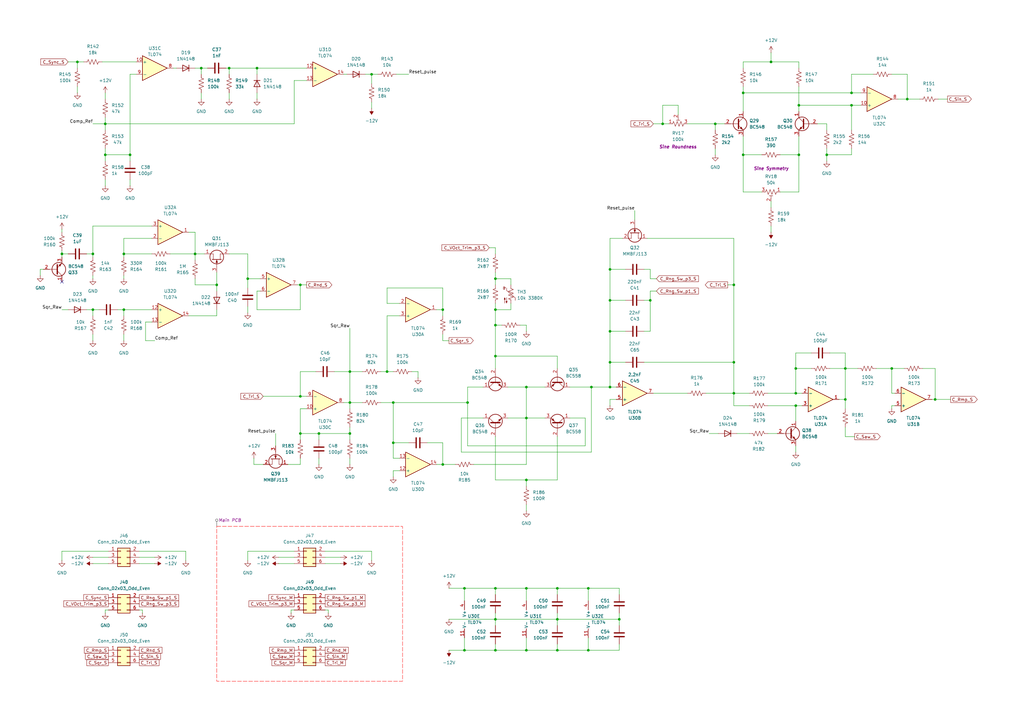
<source format=kicad_sch>
(kicad_sch (version 20250114) (generator "eeschema") (generator_version "9.0")
  (paper "A3")
  (title_block (company "DMH Instruments") (comment 1 "PCB for 10cm Kosmo format synthesizer module"))
  (junction (at 339.09 63.5))
  (junction (at 215.9 196.85))
  (junction (at 181.61 190.5))
  (junction (at 50.8 127))
  (junction (at 50.8 104.14))
  (junction (at 203.2 254))
  (junction (at 365.76 151.13))
  (junction (at 242.57 158.75))
  (junction (at 191.77 165.1))
  (junction (at 152.4 30.48))
  (junction (at 82.55 27.94))
  (junction (at 203.2 266.7))
  (junction (at 31.75 25.4))
  (junction (at 346.71 151.13))
  (junction (at 250.19 123.19))
  (junction (at 80.01 104.14))
  (junction (at 250.19 135.89))
  (junction (at 93.98 27.94))
  (junction (at 349.25 38.1))
  (junction (at 316.23 25.4))
  (junction (at 203.2 146.05))
  (junction (at 161.29 181.61))
  (junction (at 327.66 63.5))
  (junction (at 105.41 27.94))
  (junction (at 38.1 104.14))
  (junction (at 158.75 152.4))
  (junction (at 143.51 165.1))
  (junction (at 300.99 148.59))
  (junction (at 266.7 123.19))
  (junction (at 250.19 158.75))
  (junction (at 326.39 151.13))
  (junction (at 53.34 63.5))
  (junction (at 346.71 163.83))
  (junction (at 101.6 114.3))
  (junction (at 228.6 266.7))
  (junction (at 123.19 162.56))
  (junction (at 383.54 163.83))
  (junction (at 161.29 165.1))
  (junction (at 123.19 116.84))
  (junction (at 250.19 148.59))
  (junction (at 372.11 40.64))
  (junction (at 215.9 241.3))
  (junction (at 25.4 104.14))
  (junction (at 250.19 110.49))
  (junction (at 130.81 177.8))
  (junction (at 43.18 50.8))
  (junction (at 143.51 152.4))
  (junction (at 327.66 43.18))
  (junction (at 228.6 254))
  (junction (at 88.9 116.84))
  (junction (at 123.19 177.8))
  (junction (at 143.51 177.8))
  (junction (at 326.39 166.37))
  (junction (at 228.6 241.3))
  (junction (at 190.5 241.3))
  (junction (at 300.99 161.29))
  (junction (at 271.78 50.8))
  (junction (at 241.3 266.7))
  (junction (at 304.8 38.1))
  (junction (at 326.39 161.29))
  (junction (at 300.99 116.84))
  (junction (at 181.61 127))
  (junction (at 203.2 133.35))
  (junction (at 215.9 158.75))
  (junction (at 349.25 43.18))
  (junction (at 241.3 241.3))
  (junction (at 254 254))
  (junction (at 293.37 50.8))
  (junction (at 203.2 241.3))
  (junction (at 304.8 63.5))
  (junction (at 203.2 127))
  (junction (at 215.9 266.7))
  (junction (at 38.1 127))
  (junction (at 190.5 266.7))
  (junction (at 43.18 63.5))
  (junction (at 203.2 114.3))
  (junction (at 215.9 171.45))
  (no_connect (at 25.4 115.57))
  (wire (pts (xy 320.04 78.74) (xy 327.66 78.74)))
  (wire (pts (xy 130.81 177.8) (xy 130.81 180.34)))
  (wire (pts (xy 349.25 63.5) (xy 339.09 63.5)))
  (wire (pts (xy 181.61 118.11) (xy 181.61 127)))
  (wire (pts (xy 53.34 30.48) (xy 55.88 30.48)))
  (wire (pts (xy 200.66 101.6) (xy 203.2 101.6)))
  (wire (pts (xy 59.69 132.08) (xy 62.23 132.08)))
  (wire (pts (xy 228.6 254) (xy 228.6 256.54)))
  (wire (pts (xy 233.68 158.75) (xy 242.57 158.75)))
  (wire (pts (xy 77.47 95.25) (xy 80.01 95.25)))
  (wire (pts (xy 215.9 241.3) (xy 228.6 241.3)))
  (wire (pts (xy 346.71 144.78) (xy 346.71 151.13)))
  (wire (pts (xy 190.5 261.62) (xy 190.5 266.7)))
  (wire (pts (xy 43.18 38.1) (xy 43.18 40.64)))
  (wire (pts (xy 335.28 50.8) (xy 339.09 50.8)))
  (wire (pts (xy 123.19 127) (xy 123.19 116.84)))
  (wire (pts (xy 38.1 113.03) (xy 38.1 114.3)))
  (wire (pts (xy 250.19 123.19) (xy 250.19 135.89)))
  (wire (pts (xy 316.23 25.4) (xy 316.23 21.59)))
  (wire (pts (xy 163.83 193.04) (xy 161.29 193.04)))
  (wire (pts (xy 290.83 177.8) (xy 294.64 177.8)))
  (wire (pts (xy 130.81 177.8) (xy 143.51 177.8)))
  (wire (pts (xy 163.83 187.96) (xy 161.29 187.96)))
  (wire (pts (xy 365.76 151.13) (xy 365.76 161.29)))
  (wire (pts (xy 184.15 139.7) (xy 181.61 139.7)))
  (wire (pts (xy 161.29 181.61) (xy 167.64 181.61)))
  (wire (pts (xy 88.9 129.54) (xy 88.9 127)))
  (wire (pts (xy 123.19 167.64) (xy 125.73 167.64)))
  (wire (pts (xy 372.11 30.48) (xy 372.11 40.64)))
  (wire (pts (xy 123.19 177.8) (xy 130.81 177.8)))
  (wire (pts (xy 339.09 63.5) (xy 339.09 66.04)))
  (wire (pts (xy 359.41 151.13) (xy 365.76 151.13)))
  (wire (pts (xy 31.75 25.4) (xy 34.29 25.4)))
  (wire (pts (xy 105.41 30.48) (xy 105.41 27.94)))
  (wire (pts (xy 181.61 129.54) (xy 181.61 127)))
  (wire (pts (xy 152.4 226.06) (xy 152.4 229.87)))
  (wire (pts (xy 304.8 38.1) (xy 349.25 38.1)))
  (wire (pts (xy 304.8 63.5) (xy 312.42 63.5)))
  (wire (pts (xy 213.36 133.35) (xy 215.9 133.35)))
  (wire (pts (xy 205.74 133.35) (xy 203.2 133.35)))
  (wire (pts (xy 293.37 50.8) (xy 297.18 50.8)))
  (wire (pts (xy 191.77 165.1) (xy 191.77 182.88)))
  (wire (pts (xy 152.4 30.48) (xy 152.4 34.29)))
  (wire (pts (xy 314.96 161.29) (xy 326.39 161.29)))
  (wire (pts (xy 43.18 60.96) (xy 43.18 63.5)))
  (wire (pts (xy 143.51 152.4) (xy 143.51 165.1)))
  (wire (pts (xy 44.45 250.19) (xy 43.18 250.19)))
  (wire (pts (xy 228.6 196.85) (xy 228.6 179.07)))
  (wire (pts (xy 281.94 50.8) (xy 293.37 50.8)))
  (wire (pts (xy 264.16 110.49) (xy 266.7 110.49)))
  (wire (pts (xy 184.15 254) (xy 203.2 254)))
  (wire (pts (xy 250.19 135.89) (xy 256.54 135.89)))
  (wire (pts (xy 266.7 135.89) (xy 266.7 123.19)))
  (wire (pts (xy 143.51 175.26) (xy 143.51 177.8)))
  (wire (pts (xy 190.5 241.3) (xy 203.2 241.3)))
  (wire (pts (xy 114.3 228.6) (xy 120.65 228.6)))
  (wire (pts (xy 215.9 196.85) (xy 228.6 196.85)))
  (wire (pts (xy 43.18 48.26) (xy 43.18 50.8)))
  (wire (pts (xy 88.9 116.84) (xy 88.9 119.38)))
  (wire (pts (xy 367.03 166.37) (xy 365.76 166.37)))
  (wire (pts (xy 256.54 110.49) (xy 250.19 110.49)))
  (wire (pts (xy 365.76 166.37) (xy 365.76 167.64)))
  (wire (pts (xy 209.55 116.84) (xy 209.55 114.3)))
  (wire (pts (xy 241.3 246.38) (xy 241.3 241.3)))
  (wire (pts (xy 265.43 97.79) (xy 300.99 97.79)))
  (wire (pts (xy 38.1 137.16) (xy 38.1 139.7)))
  (wire (pts (xy 250.19 148.59) (xy 250.19 158.75)))
  (wire (pts (xy 143.51 177.8) (xy 143.51 180.34)))
  (wire (pts (xy 215.9 196.85) (xy 215.9 199.39)))
  (wire (pts (xy 121.92 116.84) (xy 123.19 116.84)))
  (wire (pts (xy 101.6 114.3) (xy 106.68 114.3)))
  (wire (pts (xy 215.9 190.5) (xy 215.9 171.45)))
  (wire (pts (xy 372.11 40.64) (xy 368.3 40.64)))
  (wire (pts (xy 266.7 114.3) (xy 266.7 110.49)))
  (wire (pts (xy 264.16 135.89) (xy 266.7 135.89)))
  (wire (pts (xy 50.8 104.14) (xy 62.23 104.14)))
  (wire (pts (xy 240.03 171.45) (xy 233.68 171.45)))
  (wire (pts (xy 38.1 92.71) (xy 62.23 92.71)))
  (wire (pts (xy 35.56 104.14) (xy 38.1 104.14)))
  (wire (pts (xy 25.4 104.14) (xy 27.94 104.14)))
  (wire (pts (xy 50.8 127) (xy 50.8 129.54)))
  (wire (pts (xy 62.23 97.79) (xy 50.8 97.79)))
  (wire (pts (xy 256.54 148.59) (xy 250.19 148.59)))
  (wire (pts (xy 43.18 63.5) (xy 53.34 63.5)))
  (wire (pts (xy 203.2 264.16) (xy 203.2 266.7)))
  (wire (pts (xy 241.3 241.3) (xy 254 241.3)))
  (wire (pts (xy 203.2 114.3) (xy 209.55 114.3)))
  (wire (pts (xy 80.01 104.14) (xy 80.01 106.68)))
  (wire (pts (xy 158.75 129.54) (xy 158.75 152.4)))
  (wire (pts (xy 198.12 171.45) (xy 189.23 171.45)))
  (wire (pts (xy 339.09 50.8) (xy 339.09 53.34)))
  (wire (pts (xy 241.3 266.7) (xy 254 266.7)))
  (wire (pts (xy 123.19 177.8) (xy 123.19 180.34)))
  (wire (pts (xy 80.01 116.84) (xy 80.01 114.3)))
  (wire (pts (xy 158.75 124.46) (xy 158.75 118.11)))
  (wire (pts (xy 383.54 163.83) (xy 382.27 163.83)))
  (wire (pts (xy 113.03 177.8) (xy 113.03 182.88)))
  (wire (pts (xy 327.66 43.18) (xy 327.66 45.72)))
  (wire (pts (xy 143.51 134.62) (xy 143.51 152.4)))
  (wire (pts (xy 256.54 123.19) (xy 250.19 123.19)))
  (wire (pts (xy 228.6 251.46) (xy 228.6 254)))
  (wire (pts (xy 107.95 162.56) (xy 123.19 162.56)))
  (wire (pts (xy 203.2 146.05) (xy 203.2 151.13)))
  (wire (pts (xy 101.6 114.3) (xy 101.6 118.11)))
  (wire (pts (xy 242.57 185.42) (xy 242.57 158.75)))
  (wire (pts (xy 123.19 190.5) (xy 123.19 187.96)))
  (wire (pts (xy 326.39 166.37) (xy 326.39 172.72)))
  (wire (pts (xy 80.01 95.25) (xy 80.01 104.14)))
  (wire (pts (xy 241.3 261.62) (xy 241.3 266.7)))
  (wire (pts (xy 228.6 241.3) (xy 228.6 243.84)))
  (wire (pts (xy 129.54 152.4) (xy 123.19 152.4)))
  (wire (pts (xy 50.8 137.16) (xy 50.8 139.7)))
  (wire (pts (xy 304.8 35.56) (xy 304.8 38.1)))
  (wire (pts (xy 250.19 110.49) (xy 250.19 123.19)))
  (wire (pts (xy 38.1 104.14) (xy 38.1 105.41)))
  (wire (pts (xy 161.29 165.1) (xy 191.77 165.1)))
  (wire (pts (xy 304.8 27.94) (xy 304.8 25.4)))
  (wire (pts (xy 152.4 41.91) (xy 152.4 44.45)))
  (wire (pts (xy 203.2 114.3) (xy 203.2 116.84)))
  (wire (pts (xy 203.2 254) (xy 228.6 254)))
  (wire (pts (xy 101.6 104.14) (xy 101.6 114.3)))
  (wire (pts (xy 326.39 182.88) (xy 326.39 185.42)))
  (wire (pts (xy 123.19 167.64) (xy 123.19 177.8)))
  (wire (pts (xy 31.75 35.56) (xy 31.75 38.1)))
  (wire (pts (xy 125.73 33.02) (xy 120.65 33.02)))
  (wire (pts (xy 304.8 25.4) (xy 316.23 25.4)))
  (wire (pts (xy 181.61 190.5) (xy 181.61 181.61)))
  (wire (pts (xy 203.2 251.46) (xy 203.2 254)))
  (wire (pts (xy 300.99 148.59) (xy 300.99 161.29)))
  (wire (pts (xy 240.03 182.88) (xy 240.03 171.45)))
  (wire (pts (xy 43.18 50.8) (xy 120.65 50.8)))
  (wire (pts (xy 101.6 104.14) (xy 93.98 104.14)))
  (wire (pts (xy 59.69 139.7) (xy 63.5 139.7)))
  (wire (pts (xy 53.34 73.66) (xy 53.34 76.2)))
  (wire (pts (xy 191.77 182.88) (xy 240.03 182.88)))
  (wire (pts (xy 271.78 43.18) (xy 271.78 50.8)))
  (wire (pts (xy 162.56 30.48) (xy 167.64 30.48)))
  (wire (pts (xy 278.13 43.18) (xy 271.78 43.18)))
  (wire (pts (xy 266.7 114.3) (xy 269.24 114.3)))
  (wire (pts (xy 260.35 86.36) (xy 260.35 90.17)))
  (wire (pts (xy 179.07 190.5) (xy 181.61 190.5)))
  (wire (pts (xy 119.38 250.19) (xy 119.38 251.46)))
  (wire (pts (xy 82.55 38.1) (xy 82.55 40.64)))
  (wire (pts (xy 215.9 246.38) (xy 215.9 241.3)))
  (wire (pts (xy 316.23 82.55) (xy 316.23 85.09)))
  (wire (pts (xy 304.8 55.88) (xy 304.8 63.5)))
  (wire (pts (xy 215.9 158.75) (xy 223.52 158.75)))
  (wire (pts (xy 76.2 226.06) (xy 57.15 226.06)))
  (wire (pts (xy 215.9 241.3) (xy 203.2 241.3)))
  (wire (pts (xy 340.36 151.13) (xy 346.71 151.13)))
  (wire (pts (xy 189.23 171.45) (xy 189.23 185.42)))
  (wire (pts (xy 203.2 133.35) (xy 203.2 146.05)))
  (wire (pts (xy 93.98 27.94) (xy 93.98 30.48)))
  (wire (pts (xy 203.2 127) (xy 209.55 127)))
  (wire (pts (xy 43.18 73.66) (xy 43.18 76.2)))
  (wire (pts (xy 215.9 266.7) (xy 203.2 266.7)))
  (wire (pts (xy 101.6 125.73) (xy 101.6 128.27)))
  (wire (pts (xy 76.2 229.87) (xy 76.2 226.06)))
  (wire (pts (xy 143.51 187.96) (xy 143.51 190.5)))
  (wire (pts (xy 50.8 97.79) (xy 50.8 104.14)))
  (wire (pts (xy 93.98 27.94) (xy 105.41 27.94)))
  (wire (pts (xy 105.41 127) (xy 123.19 127)))
  (wire (pts (xy 123.19 152.4) (xy 123.19 162.56)))
  (wire (pts (xy 140.97 30.48) (xy 142.24 30.48)))
  (wire (pts (xy 50.8 113.03) (xy 50.8 114.3)))
  (wire (pts (xy 190.5 266.7) (xy 203.2 266.7)))
  (wire (pts (xy 254 251.46) (xy 254 254)))
  (wire (pts (xy 156.21 165.1) (xy 161.29 165.1)))
  (wire (pts (xy 346.71 163.83) (xy 344.17 163.83)))
  (wire (pts (xy 358.14 30.48) (xy 349.25 30.48)))
  (wire (pts (xy 184.15 241.3) (xy 190.5 241.3)))
  (wire (pts (xy 228.6 146.05) (xy 228.6 151.13)))
  (wire (pts (xy 326.39 144.78) (xy 326.39 151.13)))
  (wire (pts (xy 118.11 190.5) (xy 123.19 190.5)))
  (wire (pts (xy 92.71 27.94) (xy 93.98 27.94)))
  (wire (pts (xy 326.39 166.37) (xy 328.93 166.37)))
  (wire (pts (xy 255.27 97.79) (xy 250.19 97.79)))
  (wire (pts (xy 158.75 118.11) (xy 181.61 118.11)))
  (wire (pts (xy 250.19 135.89) (xy 250.19 148.59)))
  (wire (pts (xy 41.91 25.4) (xy 55.88 25.4)))
  (wire (pts (xy 134.62 251.46) (xy 134.62 250.19)))
  (wire (pts (xy 372.11 40.64) (xy 377.19 40.64)))
  (wire (pts (xy 143.51 152.4) (xy 137.16 152.4)))
  (wire (pts (xy 105.41 38.1) (xy 105.41 40.64)))
  (wire (pts (xy 27.94 25.4) (xy 31.75 25.4)))
  (wire (pts (xy 370.84 151.13) (xy 365.76 151.13)))
  (wire (pts (xy 314.96 177.8) (xy 318.77 177.8)))
  (wire (pts (xy 346.71 179.07) (xy 346.71 175.26)))
  (wire (pts (xy 161.29 165.1) (xy 161.29 181.61)))
  (wire (pts (xy 203.2 196.85) (xy 215.9 196.85)))
  (wire (pts (xy 365.76 30.48) (xy 372.11 30.48)))
  (wire (pts (xy 228.6 264.16) (xy 228.6 266.7)))
  (wire (pts (xy 105.41 119.38) (xy 105.41 127)))
  (wire (pts (xy 161.29 193.04) (xy 161.29 195.58)))
  (wire (pts (xy 327.66 43.18) (xy 349.25 43.18)))
  (wire (pts (xy 191.77 158.75) (xy 191.77 165.1)))
  (wire (pts (xy 293.37 60.96) (xy 293.37 63.5)))
  (wire (pts (xy 250.19 97.79) (xy 250.19 110.49)))
  (wire (pts (xy 349.25 38.1) (xy 353.06 38.1)))
  (wire (pts (xy 82.55 27.94) (xy 82.55 30.48)))
  (wire (pts (xy 203.2 179.07) (xy 203.2 196.85)))
  (wire (pts (xy 316.23 92.71) (xy 316.23 95.25)))
  (wire (pts (xy 215.9 261.62) (xy 215.9 266.7)))
  (wire (pts (xy 340.36 144.78) (xy 346.71 144.78)))
  (wire (pts (xy 133.35 228.6) (xy 139.7 228.6)))
  (wire (pts (xy 149.86 30.48) (xy 152.4 30.48)))
  (wire (pts (xy 101.6 229.87) (xy 101.6 226.06)))
  (wire (pts (xy 158.75 129.54) (xy 163.83 129.54)))
  (wire (pts (xy 349.25 43.18) (xy 349.25 53.34)))
  (wire (pts (xy 203.2 146.05) (xy 228.6 146.05)))
  (wire (pts (xy 38.1 231.14) (xy 44.45 231.14)))
  (wire (pts (xy 266.7 119.38) (xy 266.7 123.19)))
  (wire (pts (xy 143.51 165.1) (xy 148.59 165.1)))
  (wire (pts (xy 179.07 127) (xy 181.61 127)))
  (wire (pts (xy 57.15 231.14) (xy 63.5 231.14)))
  (wire (pts (xy 215.9 207.01) (xy 215.9 209.55)))
  (wire (pts (xy 25.4 102.87) (xy 25.4 104.14)))
  (wire (pts (xy 82.55 27.94) (xy 85.09 27.94)))
  (wire (pts (xy 349.25 30.48) (xy 349.25 38.1)))
  (wire (pts (xy 184.15 266.7) (xy 190.5 266.7)))
  (wire (pts (xy 25.4 226.06) (xy 44.45 226.06)))
  (wire (pts (xy 25.4 93.98) (xy 25.4 95.25)))
  (wire (pts (xy 88.9 111.76) (xy 88.9 116.84)))
  (wire (pts (xy 43.18 50.8) (xy 43.18 53.34)))
  (wire (pts (xy 181.61 181.61) (xy 175.26 181.61)))
  (wire (pts (xy 383.54 151.13) (xy 383.54 163.83)))
  (wire (pts (xy 250.19 158.75) (xy 252.73 158.75)))
  (wire (pts (xy 38.1 127) (xy 40.64 127)))
  (wire (pts (xy 43.18 250.19) (xy 43.18 251.46)))
  (wire (pts (xy 278.13 46.99) (xy 278.13 43.18)))
  (wire (pts (xy 156.21 152.4) (xy 158.75 152.4)))
  (wire (pts (xy 106.68 119.38) (xy 105.41 119.38)))
  (wire (pts (xy 161.29 187.96) (xy 161.29 181.61)))
  (wire (pts (xy 123.19 116.84) (xy 125.73 116.84)))
  (wire (pts (xy 327.66 35.56) (xy 327.66 43.18)))
  (wire (pts (xy 77.47 129.54) (xy 88.9 129.54)))
  (wire (pts (xy 339.09 60.96) (xy 339.09 63.5)))
  (wire (pts (xy 346.71 151.13) (xy 351.79 151.13)))
  (wire (pts (xy 254 264.16) (xy 254 266.7)))
  (wire (pts (xy 252.73 163.83) (xy 250.19 163.83)))
  (wire (pts (xy 293.37 50.8) (xy 293.37 53.34)))
  (wire (pts (xy 208.28 171.45) (xy 215.9 171.45)))
  (wire (pts (xy 267.97 50.8) (xy 271.78 50.8)))
  (wire (pts (xy 80.01 27.94) (xy 82.55 27.94)))
  (wire (pts (xy 203.2 127) (xy 203.2 133.35)))
  (wire (pts (xy 326.39 151.13) (xy 326.39 161.29)))
  (wire (pts (xy 16.51 110.49) (xy 16.51 113.03)))
  (wire (pts (xy 203.2 241.3) (xy 203.2 243.84)))
  (wire (pts (xy 53.34 63.5) (xy 53.34 66.04)))
  (wire (pts (xy 38.1 228.6) (xy 44.45 228.6)))
  (wire (pts (xy 215.9 133.35) (xy 215.9 135.89)))
  (wire (pts (xy 50.8 104.14) (xy 50.8 105.41)))
  (wire (pts (xy 264.16 123.19) (xy 266.7 123.19)))
  (wire (pts (xy 50.8 127) (xy 62.23 127)))
  (wire (pts (xy 25.4 104.14) (xy 25.4 105.41)))
  (wire (pts (xy 38.1 92.71) (xy 38.1 104.14)))
  (wire (pts (xy 346.71 167.64) (xy 346.71 163.83)))
  (wire (pts (xy 203.2 101.6) (xy 203.2 104.14)))
  (wire (pts (xy 203.2 124.46) (xy 203.2 127)))
  (wire (pts (xy 327.66 63.5) (xy 327.66 78.74)))
  (wire (pts (xy 181.61 190.5) (xy 186.69 190.5)))
  (wire (pts (xy 289.56 161.29) (xy 300.99 161.29)))
  (wire (pts (xy 57.15 228.6) (xy 63.5 228.6)))
  (wire (pts (xy 215.9 266.7) (xy 228.6 266.7)))
  (wire (pts (xy 143.51 165.1) (xy 143.51 167.64)))
  (wire (pts (xy 69.85 104.14) (xy 80.01 104.14)))
  (wire (pts (xy 120.65 33.02) (xy 120.65 50.8)))
  (wire (pts (xy 16.51 110.49) (xy 17.78 110.49)))
  (wire (pts (xy 104.14 190.5) (xy 104.14 187.96)))
  (wire (pts (xy 48.26 127) (xy 50.8 127)))
  (wire (pts (xy 25.4 229.87) (xy 25.4 226.06)))
  (wire (pts (xy 302.26 177.8) (xy 307.34 177.8)))
  (wire (pts (xy 163.83 124.46) (xy 158.75 124.46)))
  (wire (pts (xy 332.74 151.13) (xy 326.39 151.13)))
  (wire (pts (xy 57.15 250.19) (xy 58.42 250.19)))
  (wire (pts (xy 133.35 231.14) (xy 139.7 231.14)))
  (wire (pts (xy 43.18 63.5) (xy 43.18 66.04)))
  (wire (pts (xy 264.16 148.59) (xy 300.99 148.59)))
  (wire (pts (xy 327.66 63.5) (xy 327.66 55.88)))
  (wire (pts (xy 190.5 241.3) (xy 190.5 246.38)))
  (wire (pts (xy 198.12 158.75) (xy 191.77 158.75)))
  (wire (pts (xy 59.69 132.08) (xy 59.69 139.7)))
  (wire (pts (xy 312.42 78.74) (xy 304.8 78.74)))
  (wire (pts (xy 25.4 127) (xy 27.94 127)))
  (wire (pts (xy 148.59 152.4) (xy 143.51 152.4)))
  (wire (pts (xy 266.7 119.38) (xy 269.24 119.38)))
  (wire (pts (xy 71.12 27.94) (xy 72.39 27.94)))
  (wire (pts (xy 189.23 185.42) (xy 242.57 185.42)))
  (wire (pts (xy 228.6 266.7) (xy 241.3 266.7)))
  (wire (pts (xy 300.99 97.79) (xy 300.99 116.84)))
  (wire (pts (xy 228.6 241.3) (xy 241.3 241.3)))
  (wire (pts (xy 38.1 50.8) (xy 43.18 50.8)))
  (wire (pts (xy 209.55 124.46) (xy 209.55 127)))
  (wire (pts (xy 134.62 250.19) (xy 133.35 250.19)))
  (wire (pts (xy 168.91 152.4) (xy 171.45 152.4)))
  (wire (pts (xy 38.1 127) (xy 38.1 129.54)))
  (wire (pts (xy 203.2 111.76) (xy 203.2 114.3)))
  (wire (pts (xy 228.6 254) (xy 254 254)))
  (wire (pts (xy 80.01 116.84) (xy 88.9 116.84)))
  (wire (pts (xy 120.65 250.19) (xy 119.38 250.19)))
  (wire (pts (xy 215.9 171.45) (xy 223.52 171.45)))
  (wire (pts (xy 304.8 38.1) (xy 304.8 45.72)))
  (wire (pts (xy 107.95 190.5) (xy 104.14 190.5)))
  (wire (pts (xy 254 241.3) (xy 254 243.84)))
  (wire (pts (xy 93.98 38.1) (xy 93.98 40.64)))
  (wire (pts (xy 31.75 25.4) (xy 31.75 27.94)))
  (wire (pts (xy 271.78 50.8) (xy 274.32 50.8)))
  (wire (pts (xy 383.54 163.83) (xy 389.89 163.83)))
  (wire (pts (xy 194.31 190.5) (xy 215.9 190.5)))
  (wire (pts (xy 327.66 27.94) (xy 327.66 25.4)))
  (wire (pts (xy 365.76 161.29) (xy 367.03 161.29)))
  (wire (pts (xy 349.25 60.96) (xy 349.25 63.5)))
  (wire (pts (xy 300.99 166.37) (xy 300.99 161.29)))
  (wire (pts (xy 298.45 116.84) (xy 300.99 116.84)))
  (wire (pts (xy 114.3 231.14) (xy 120.65 231.14)))
  (wire (pts (xy 378.46 151.13) (xy 383.54 151.13)))
  (wire (pts (xy 203.2 254) (xy 203.2 256.54)))
  (wire (pts (xy 133.35 226.06) (xy 152.4 226.06)))
  (wire (pts (xy 300.99 161.29) (xy 307.34 161.29)))
  (wire (pts (xy 300.99 116.84) (xy 300.99 148.59)))
  (wire (pts (xy 35.56 127) (xy 38.1 127)))
  (wire (pts (xy 250.19 163.83) (xy 250.19 166.37)))
  (wire (pts (xy 158.75 152.4) (xy 161.29 152.4)))
  (wire (pts (xy 140.97 165.1) (xy 143.51 165.1)))
  (wire (pts (xy 327.66 25.4) (xy 316.23 25.4)))
  (wire (pts (xy 349.25 43.18) (xy 353.06 43.18)))
  (wire (pts (xy 58.42 250.19) (xy 58.42 251.46)))
  (wire (pts (xy 215.9 158.75) (xy 215.9 171.45)))
  (wire (pts (xy 346.71 179.07) (xy 350.52 179.07)))
  (wire (pts (xy 307.34 166.37) (xy 300.99 166.37)))
  (wire (pts (xy 80.01 104.14) (xy 83.82 104.14)))
  (wire (pts (xy 346.71 151.13) (xy 346.71 163.83)))
  (wire (pts (xy 181.61 139.7) (xy 181.61 137.16)))
  (wire (pts (xy 130.81 187.96) (xy 130.81 190.5)))
  (wire (pts (xy 105.41 27.94) (xy 125.73 27.94)))
  (wire (pts (xy 101.6 226.06) (xy 120.65 226.06)))
  (wire (pts (xy 320.04 63.5) (xy 327.66 63.5)))
  (wire (pts (xy 208.28 158.75) (xy 215.9 158.75)))
  (wire (pts (xy 314.96 166.37) (xy 326.39 166.37)))
  (wire (pts (xy 304.8 78.74) (xy 304.8 63.5)))
  (wire (pts (xy 123.19 162.56) (xy 125.73 162.56)))
  (wire (pts (xy 53.34 30.48) (xy 53.34 63.5)))
  (wire (pts (xy 326.39 161.29) (xy 328.93 161.29)))
  (wire (pts (xy 254 254) (xy 254 256.54)))
  (wire (pts (xy 152.4 30.48) (xy 154.94 30.48)))
  (wire (pts (xy 384.81 40.64) (xy 388.62 40.64)))
  (wire (pts (xy 267.97 161.29) (xy 281.94 161.29)))
  (wire (pts (xy 242.57 158.75) (xy 250.19 158.75)))
  (wire (pts (xy 332.74 144.78) (xy 326.39 144.78)))
  (wire (pts (xy 171.45 152.4) (xy 171.45 154.94)))
  (label "Reset_pulse" (at 260.35 86.36 180))
  (label "Sqr_Raw" (at 143.51 134.62 180))
  (label "Sqr_Raw" (at 25.4 127 180))
  (label "Reset_pulse" (at 113.03 177.8 180))
  (label "Reset_pulse" (at 167.64 30.48 0))
  (label "Comp_Ref" (at 38.1 50.8 180))
  (label "Sqr_Raw" (at 290.83 177.8 180))
  (label "Comp_Ref" (at 63.5 139.7 0))
  (global_label "C_Tri_S" (shape input) (at 267.97 50.8 180) (property "Intersheetrefs" "${INTERSHEET_REFS}" (effects (hide yes))))
  (global_label "C_Rng_Sw_p3_S" (shape passive) (at 57.15 247.65 0) (property "Intersheetrefs" "${INTERSHEET_REFS}" (effects (hide yes))))
  (global_label "C_Rng_Sw_p3_S" (shape input) (at 269.24 114.3 0) (property "Intersheetrefs" "${INTERSHEET_REFS}" (effects (hide yes))))
  (global_label "C_Tri_S" (shape input) (at 107.95 162.56 180) (property "Intersheetrefs" "${INTERSHEET_REFS}" (effects (hide yes))))
  (global_label "C_Sqr_M" (shape passive) (at 120.65 271.78 180) (property "Intersheetrefs" "${INTERSHEET_REFS}" (effects (hide yes))))
  (global_label "C_VOct_Trim_p3_M" (shape passive) (at 120.65 247.65 180) (property "Intersheetrefs" "${INTERSHEET_REFS}" (effects (hide yes))))
  (global_label "C_VOct_Trim_p3_S" (shape passive) (at 44.45 247.65 180) (property "Intersheetrefs" "${INTERSHEET_REFS}" (effects (hide yes))))
  (global_label "C_Saw_S" (shape output) (at 350.52 179.07 0) (property "Intersheetrefs" "${INTERSHEET_REFS}" (effects (hide yes))))
  (global_label "C_Rng_Sw_p1_S" (shape passive) (at 57.15 245.11 0) (property "Intersheetrefs" "${INTERSHEET_REFS}" (effects (hide yes))))
  (global_label "C_Rnd_S" (shape output) (at 125.73 116.84 0) (property "Intersheetrefs" "${INTERSHEET_REFS}" (effects (hide yes))))
  (global_label "C_Sync_M" (shape passive) (at 120.65 245.11 180) (property "Intersheetrefs" "${INTERSHEET_REFS}" (effects (hide yes))))
  (global_label "C_Sin_M" (shape passive) (at 133.35 269.24 0) (property "Intersheetrefs" "${INTERSHEET_REFS}" (effects (hide yes))))
  (global_label "C_Sin_S" (shape output) (at 388.62 40.64 0) (property "Intersheetrefs" "${INTERSHEET_REFS}" (effects (hide yes))))
  (global_label "C_Sync_S" (shape input) (at 27.94 25.4 180) (property "Intersheetrefs" "${INTERSHEET_REFS}" (effects (hide yes))))
  (global_label "C_Tri_S" (shape output) (at 298.45 116.84 180) (property "Intersheetrefs" "${INTERSHEET_REFS}" (effects (hide yes))))
  (global_label "C_VOct_Trim_p3_S" (shape input) (at 200.66 101.6 180) (property "Intersheetrefs" "${INTERSHEET_REFS}" (effects (hide yes))))
  (global_label "C_Sync_S" (shape passive) (at 44.45 245.11 180) (property "Intersheetrefs" "${INTERSHEET_REFS}" (effects (hide yes))))
  (global_label "C_Sqr_S" (shape passive) (at 44.45 271.78 180) (property "Intersheetrefs" "${INTERSHEET_REFS}" (effects (hide yes))))
  (global_label "C_Rng_Sw_p3_M" (shape passive) (at 133.35 247.65 0) (property "Intersheetrefs" "${INTERSHEET_REFS}" (effects (hide yes))))
  (global_label "C_Rmp_S" (shape passive) (at 44.45 266.7 180) (property "Intersheetrefs" "${INTERSHEET_REFS}" (effects (hide yes))))
  (global_label "C_Saw_M" (shape passive) (at 120.65 269.24 180) (property "Intersheetrefs" "${INTERSHEET_REFS}" (effects (hide yes))))
  (global_label "C_Tri_M" (shape passive) (at 133.35 271.78 0) (property "Intersheetrefs" "${INTERSHEET_REFS}" (effects (hide yes))))
  (global_label "C_Rng_Sw_p1_M" (shape passive) (at 133.35 245.11 0) (property "Intersheetrefs" "${INTERSHEET_REFS}" (effects (hide yes))))
  (global_label "C_Rnd_S" (shape passive) (at 57.15 266.7 0) (property "Intersheetrefs" "${INTERSHEET_REFS}" (effects (hide yes))))
  (global_label "C_Rnd_M" (shape passive) (at 133.35 266.7 0) (property "Intersheetrefs" "${INTERSHEET_REFS}" (effects (hide yes))))
  (global_label "C_Rmp_S" (shape output) (at 389.89 163.83 0) (property "Intersheetrefs" "${INTERSHEET_REFS}" (effects (hide yes))))
  (global_label "C_Tri_S" (shape passive) (at 57.15 271.78 0) (property "Intersheetrefs" "${INTERSHEET_REFS}" (effects (hide yes))))
  (global_label "C_Sqr_S" (shape output) (at 184.15 139.7 0) (property "Intersheetrefs" "${INTERSHEET_REFS}" (effects (hide yes))))
  (global_label "C_Rmp_M" (shape passive) (at 120.65 266.7 180) (property "Intersheetrefs" "${INTERSHEET_REFS}" (effects (hide yes))))
  (global_label "C_Sin_S" (shape passive) (at 57.15 269.24 0) (property "Intersheetrefs" "${INTERSHEET_REFS}" (effects (hide yes))))
  (global_label "C_Saw_S" (shape passive) (at 44.45 269.24 180) (property "Intersheetrefs" "${INTERSHEET_REFS}" (effects (hide yes))))
  (global_label "C_Rng_Sw_p1_S" (shape input) (at 269.24 119.38 0) (property "Intersheetrefs" "${INTERSHEET_REFS}" (effects (hide yes))))
  (rule_area (polyline (pts (xy 88.9 215.9) (xy 165.1 215.9) (xy 165.1 279.4) (xy 88.9 279.4)) (stroke (width 0) (type dash))))
  (netclass_flag "" (length 2.54) (shape round) (at 88.9 215.9 0) (property "Component Class" "Main PCB" (at 89.5985 213.36 0) (effects (font (italic yes)) (justify left))))
  (symbol (lib_id "Connector_Generic:Conn_02x03_Odd_Even") (at 49.53 228.6 0) (unit 1)
    (property "Reference" "J46" (at 50.8 219.71 0))
    (property "Value" "Conn_02x03_Odd_Even" (at 50.8 222.25 0))
    (property "Footprint" "Connector_PinHeader_2.54mm:PinHeader_2x03_P2.54mm_Horizontal" (effects (hide yes)))
    (property "Description" "Generic connector, double row, 02x03, odd/even pin numbering scheme (row 1 odd numbers, row 2 even numbers), script generated (kicad-library-utils/schlib/autogen/connector/)" (effects (hide yes)))
  )
  (symbol (lib_id "Amplifier_Operational:TL074") (at 243.84 254 0) (unit 5)
    (property "Reference" "U32" (at 242.57 252.7299 0) (effects (justify left)))
    (property "Value" "TL074" (at 242.57 255.2699 0) (effects (justify left)))
    (property "Footprint" "Package_DIP:DIP-14_W7.62mm_Socket" (effects (hide yes)))
    (property "Datasheet" "http://www.ti.com/lit/ds/symlink/tl071.pdf" (effects (hide yes)))
    (property "Description" "Quad Low-Noise JFET-Input Operational Amplifiers, DIP-14/SOIC-14" (effects (hide yes)))
  )
  (symbol (lib_id "power:+12V") (at 38.1 228.6 90) (unit 1)
    (property "Reference" "#PWR0180" (effects (hide yes)))
    (property "Value" "+12V" (at 34.29 228.5999 90) (effects (justify left)))
    (property "Description" "Power symbol creates a global label with name \"+12V\"" (effects (hide yes)))
  )
  (symbol (lib_id "Amplifier_Operational:TL074") (at 336.55 163.83 0) (mirror x) (unit 1)
    (property "Reference" "U31" (at 336.55 173.99 0))
    (property "Value" "TL074" (at 336.55 171.45 0))
    (property "Footprint" "Package_DIP:DIP-14_W7.62mm_Socket" (effects (hide yes)))
    (property "Datasheet" "http://www.ti.com/lit/ds/symlink/tl071.pdf" (effects (hide yes)))
    (property "Description" "Quad Low-Noise JFET-Input Operational Amplifiers, DIP-14/SOIC-14" (effects (hide yes)))
  )
  (symbol (lib_id "power:GND") (at 339.09 66.04 0) (unit 1)
    (property "Reference" "#PWR0159" (effects (hide yes)))
    (property "Value" "GND" (at 339.09 71.12 0))
    (property "Description" "Power symbol creates a global label with name \"GND\" , ground" (effects (hide yes)))
  )
  (symbol (lib_id "power:GND") (at 43.18 251.46 0) (unit 1)
    (property "Reference" "#PWR0193" (effects (hide yes)))
    (property "Value" "GND" (at 43.18 256.54 0))
    (property "Description" "Power symbol creates a global label with name \"GND\" , ground" (effects (hide yes)))
  )
  (symbol (lib_id "power:GND") (at 101.6 128.27 0) (unit 1)
    (property "Reference" "#PWR0167" (effects (hide yes)))
    (property "Value" "GND" (at 101.6 133.35 0))
    (property "Description" "Power symbol creates a global label with name \"GND\" , ground" (effects (hide yes)))
  )
  (symbol (lib_id "Device:R_US") (at 82.55 34.29 0) (unit 1)
    (property "Reference" "R148" (at 85.09 33.0199 0) (effects (justify left)))
    (property "Value" "100k" (at 85.09 35.5599 0) (effects (justify left)))
    (property "Footprint" "Resistor_THT:R_Axial_DIN0207_L6.3mm_D2.5mm_P7.62mm_Horizontal" (effects (hide yes)))
    (property "Description" "Resistor, US symbol" (effects (hide yes)))
  )
  (symbol (lib_id "Device:D") (at 88.9 123.19 270) (mirror x) (unit 1)
    (property "Reference" "D22" (at 86.36 121.9199 90) (effects (justify right)))
    (property "Value" "1N4148" (at 86.36 124.4599 90) (effects (justify right)))
    (property "Footprint" "Diode_THT:D_DO-35_SOD27_P7.62mm_Horizontal" (effects (hide yes)))
    (property "Description" "Diode" (effects (hide yes)))
    (property "Sim.Device" "D" (effects (hide yes)))
    (property "Sim.Pins" "1=K 2=A" (effects (hide yes)))
  )
  (symbol (lib_id "power:-12V") (at 38.1 231.14 90) (unit 1)
    (property "Reference" "#PWR0188" (effects (hide yes)))
    (property "Value" "-12V" (at 34.29 231.1399 90) (effects (justify left)))
    (property "Description" "Power symbol creates a global label with name \"-12V\"" (effects (hide yes)))
  )
  (symbol (lib_id "power:GND") (at 50.8 114.3 0) (unit 1)
    (property "Reference" "#PWR0166" (effects (hide yes)))
    (property "Value" "GND" (at 50.8 119.38 0))
    (property "Description" "Power symbol creates a global label with name \"GND\" , ground" (effects (hide yes)))
  )
  (symbol (lib_id "Device:R_US") (at 143.51 171.45 0) (unit 1)
    (property "Reference" "R180" (at 146.05 170.1799 0) (effects (justify left)))
    (property "Value" "82k" (at 146.05 172.7199 0) (effects (justify left)))
    (property "Footprint" "Resistor_THT:R_Axial_DIN0207_L6.3mm_D2.5mm_P7.62mm_Horizontal" (effects (hide yes)))
    (property "Description" "Resistor, US symbol" (effects (hide yes)))
  )
  (symbol (lib_id "power:GND") (at 326.39 185.42 0) (unit 1)
    (property "Reference" "#PWR0174" (effects (hide yes)))
    (property "Value" "GND" (at 326.39 190.5 0))
    (property "Description" "Power symbol creates a global label with name \"GND\" , ground" (effects (hide yes)))
  )
  (symbol (lib_id "Amplifier_Operational:TL074") (at 133.35 165.1 0) (mirror x) (unit 3)
    (property "Reference" "U30" (at 133.35 175.26 0))
    (property "Value" "TL074" (at 133.35 172.72 0))
    (property "Footprint" "Package_DIP:DIP-14_W7.62mm_Socket" (effects (hide yes)))
    (property "Datasheet" "http://www.ti.com/lit/ds/symlink/tl071.pdf" (effects (hide yes)))
    (property "Description" "Quad Low-Noise JFET-Input Operational Amplifiers, DIP-14/SOIC-14" (effects (hide yes)))
  )
  (symbol (lib_id "power:GND") (at 58.42 251.46 0) (unit 1)
    (property "Reference" "#PWR0194" (effects (hide yes)))
    (property "Value" "GND" (at 58.42 256.54 0))
    (property "Description" "Power symbol creates a global label with name \"GND\" , ground" (effects (hide yes)))
  )
  (symbol (lib_id "Device:R_US") (at 66.04 104.14 270) (mirror x) (unit 1)
    (property "Reference" "R161" (at 66.04 110.49 90))
    (property "Value" "100k" (at 66.04 107.95 90))
    (property "Footprint" "Resistor_THT:R_Axial_DIN0207_L6.3mm_D2.5mm_P7.62mm_Horizontal" (effects (hide yes)))
    (property "Description" "Resistor, US symbol" (effects (hide yes)))
  )
  (symbol (lib_id "Device:C") (at 260.35 110.49 90) (mirror x) (unit 1)
    (property "Reference" "C41" (at 260.35 118.11 90))
    (property "Value" "220nF" (at 260.35 115.57 90))
    (property "Footprint" "Capacitor_THT:C_Disc_D4.3mm_W1.9mm_P5.00mm" (effects (hide yes)))
    (property "Description" "Unpolarized capacitor" (effects (hide yes)))
  )
  (symbol (lib_id "power:GND") (at 161.29 195.58 0) (unit 1)
    (property "Reference" "#PWR0178" (effects (hide yes)))
    (property "Value" "GND" (at 161.29 200.66 0))
    (property "Description" "Power symbol creates a global label with name \"GND\" , ground" (effects (hide yes)))
  )
  (symbol (lib_id "Device:C") (at 260.35 135.89 90) (mirror x) (unit 1)
    (property "Reference" "C65" (at 260.35 143.51 90))
    (property "Value" "22nF" (at 260.35 140.97 90))
    (property "Footprint" "Capacitor_THT:C_Disc_D4.3mm_W1.9mm_P5.00mm" (effects (hide yes)))
    (property "Description" "Unpolarized capacitor" (effects (hide yes)))
  )
  (symbol (lib_id "Device:R_US") (at 374.65 151.13 90) (mirror x) (unit 1)
    (property "Reference" "R173" (at 374.904 157.226 90))
    (property "Value" "100k" (at 374.904 154.686 90))
    (property "Footprint" "Resistor_THT:R_Axial_DIN0207_L6.3mm_D2.5mm_P7.62mm_Horizontal" (effects (hide yes)))
    (property "Description" "Resistor, US symbol" (effects (hide yes)))
  )
  (symbol (lib_id "Device:R_US") (at 38.1 25.4 90) (unit 1)
    (property "Reference" "R142" (at 38.1 19.05 90))
    (property "Value" "18k" (at 38.1 21.59 90))
    (property "Footprint" "Resistor_THT:R_Axial_DIN0207_L6.3mm_D2.5mm_P7.62mm_Horizontal" (effects (hide yes)))
    (property "Description" "Resistor, US symbol" (effects (hide yes)))
  )
  (symbol (lib_id "Device:R_US") (at 311.15 177.8 90) (mirror x) (unit 1)
    (property "Reference" "R182" (at 311.15 184.15 90))
    (property "Value" "47k" (at 311.15 181.61 90))
    (property "Footprint" "Resistor_THT:R_Axial_DIN0207_L6.3mm_D2.5mm_P7.62mm_Horizontal" (effects (hide yes)))
    (property "Description" "Resistor, US symbol" (effects (hide yes)))
  )
  (symbol (lib_id "power:GND") (at 16.51 113.03 0) (unit 1)
    (property "Reference" "#PWR0164" (effects (hide yes)))
    (property "Value" "GND" (at 16.51 118.11 0))
    (property "Description" "Power symbol creates a global label with name \"GND\" , ground" (effects (hide yes)))
  )
  (symbol (lib_id "Device:R_US") (at 203.2 120.65 0) (mirror y) (unit 1)
    (property "Reference" "R166" (at 200.66 119.3799 0) (effects (justify left)))
    (property "Value" "2k87" (at 200.66 121.9199 0) (effects (justify left)))
    (property "Footprint" "Resistor_THT:R_Axial_DIN0207_L6.3mm_D2.5mm_P7.62mm_Horizontal" (effects (hide yes)))
    (property "Description" "Resistor, US symbol" (effects (hide yes)))
  )
  (symbol (lib_id "Connector_Generic:Conn_02x03_Odd_Even") (at 125.73 269.24 0) (unit 1)
    (property "Reference" "J51" (at 127 260.35 0))
    (property "Value" "Conn_02x03_Odd_Even" (at 127 262.89 0))
    (property "Footprint" "Connector_PinSocket_2.54mm:PinSocket_2x03_P2.54mm_Vertical" (effects (hide yes)))
    (property "Description" "Generic connector, double row, 02x03, odd/even pin numbering scheme (row 1 odd numbers, row 2 even numbers), script generated (kicad-library-utils/schlib/autogen/connector/)" (effects (hide yes)))
  )
  (symbol (lib_id "power:GND") (at 184.15 254 0) (unit 1)
    (property "Reference" "#PWR0197" (effects (hide yes)))
    (property "Value" "GND" (at 184.15 259.08 0))
    (property "Description" "Power symbol creates a global label with name \"GND\" , ground" (effects (hide yes)))
  )
  (symbol (lib_id "Device:R_US") (at 381 40.64 90) (unit 1)
    (property "Reference" "R151" (at 381 34.29 90))
    (property "Value" "1k" (at 381 36.83 90))
    (property "Footprint" "Resistor_THT:R_Axial_DIN0207_L6.3mm_D2.5mm_P7.62mm_Horizontal" (effects (hide yes)))
    (property "Description" "Resistor, US symbol" (effects (hide yes)))
  )
  (symbol (lib_id "Amplifier_Operational:TL074") (at 69.85 95.25 0) (unit 1)
    (property "Reference" "U32" (at 69.85 85.09 0))
    (property "Value" "TL074" (at 69.85 87.63 0))
    (property "Footprint" "Package_DIP:DIP-14_W7.62mm_Socket" (effects (hide yes)))
    (property "Datasheet" "http://www.ti.com/lit/ds/symlink/tl071.pdf" (effects (hide yes)))
    (property "Description" "Quad Low-Noise JFET-Input Operational Amplifiers, DIP-14/SOIC-14" (effects (hide yes)))
  )
  (symbol (lib_id "Transistor_BJT:BC548") (at 203.2 173.99 90) (unit 1)
    (property "Reference" "Q36" (at 196.85 174.498 90))
    (property "Value" "BC548" (at 196.85 177.038 90))
    (property "Footprint" "Package_TO_SOT_THT:TO-92L_Inline_Wide" (effects (hide yes)))
    (property "Datasheet" "https://www.onsemi.com/pub/Collateral/BC550-D.pdf" (effects (hide yes)))
    (property "Description" "0.1A Ic, 30V Vce, Small Signal NPN Transistor, TO-92" (effects (hide yes)))
    (property "Sim.Device" "NPN" (effects (hide yes)))
    (property "Sim.Pins" "1=C 2=B 3=E" (effects (hide yes)))
  )
  (symbol (lib_id "Device:R_US") (at 355.6 151.13 90) (mirror x) (unit 1)
    (property "Reference" "R172" (at 355.854 157.226 90))
    (property "Value" "100k" (at 355.854 154.686 90))
    (property "Footprint" "Resistor_THT:R_Axial_DIN0207_L6.3mm_D2.5mm_P7.62mm_Horizontal" (effects (hide yes)))
    (property "Description" "Resistor, US symbol" (effects (hide yes)))
  )
  (symbol (lib_id "power:GND") (at 215.9 135.89 0) (unit 1)
    (property "Reference" "#PWR0168" (effects (hide yes)))
    (property "Value" "GND" (at 215.9 140.97 0))
    (property "Description" "Power symbol creates a global label with name \"GND\" , ground" (effects (hide yes)))
  )
  (symbol (lib_id "Device:R_US") (at 152.4 165.1 270) (unit 1)
    (property "Reference" "R178" (at 152.4 158.75 90))
    (property "Value" "100k" (at 152.4 161.29 90))
    (property "Footprint" "Resistor_THT:R_Axial_DIN0207_L6.3mm_D2.5mm_P7.62mm_Horizontal" (effects (hide yes)))
    (property "Description" "Resistor, US symbol" (effects (hide yes)))
  )
  (symbol (lib_id "power:GND") (at 215.9 209.55 0) (unit 1)
    (property "Reference" "#PWR0179" (effects (hide yes)))
    (property "Value" "GND" (at 215.9 214.63 0))
    (property "Description" "Power symbol creates a global label with name \"GND\" , ground" (effects (hide yes)))
  )
  (symbol (lib_id "Device:R_Potentiometer_Trim_US") (at 316.23 78.74 270) (unit 1)
    (property "Reference" "RV18" (at 316.23 72.39 90))
    (property "Value" "50k" (at 316.23 74.93 90))
    (property "Footprint" "Potentiometer_THT:Potentiometer_Bourns_3296W_Vertical" (effects (hide yes)))
    (property "Function" "Sine Symmetry" (at 316.23 69.088 90) (effects (font (bold yes) (italic yes))))
  )
  (symbol (lib_id "power:GND") (at 152.4 229.87 0) (unit 1)
    (property "Reference" "#PWR0187" (effects (hide yes)))
    (property "Value" "GND" (at 152.4 234.95 0))
    (property "Description" "Power symbol creates a global label with name \"GND\" , ground" (effects (hide yes)))
  )
  (symbol (lib_id "Device:R_US") (at 50.8 109.22 0) (mirror y) (unit 1)
    (property "Reference" "R164" (at 55.88 110.49 0))
    (property "Value" "330R" (at 55.88 107.95 0))
    (property "Footprint" "Resistor_THT:R_Axial_DIN0207_L6.3mm_D2.5mm_P7.62mm_Horizontal" (effects (hide yes)))
    (property "Description" "Resistor, US symbol" (effects (hide yes)))
  )
  (symbol (lib_id "power:GND") (at 50.8 139.7 0) (unit 1)
    (property "Reference" "#PWR0170" (effects (hide yes)))
    (property "Value" "GND" (at 50.8 144.78 0))
    (property "Description" "Power symbol creates a global label with name \"GND\" , ground" (effects (hide yes)))
  )
  (symbol (lib_id "Device:C") (at 53.34 69.85 0) (mirror x) (unit 1)
    (property "Reference" "C38" (at 59.69 68.58 0))
    (property "Value" "100pF" (at 59.69 71.12 0))
    (property "Footprint" "Capacitor_THT:C_Disc_D4.3mm_W1.9mm_P5.00mm" (effects (hide yes)))
    (property "Description" "Unpolarized capacitor" (effects (hide yes)))
  )
  (symbol (lib_id "Device:R_US") (at 311.15 166.37 90) (mirror x) (unit 1)
    (property "Reference" "R179" (at 311.404 172.466 90))
    (property "Value" "100k" (at 311.404 169.926 90))
    (property "Footprint" "Resistor_THT:R_Axial_DIN0207_L6.3mm_D2.5mm_P7.62mm_Horizontal" (effects (hide yes)))
    (property "Description" "Resistor, US symbol" (effects (hide yes)))
  )
  (symbol (lib_id "power:GND") (at 43.18 76.2 0) (unit 1)
    (property "Reference" "#PWR0160" (effects (hide yes)))
    (property "Value" "GND" (at 43.18 81.28 0))
    (property "Description" "Power symbol creates a global label with name \"GND\" , ground" (effects (hide yes)))
  )
  (symbol (lib_id "Device:R_US") (at 361.95 30.48 90) (unit 1)
    (property "Reference" "R144" (at 361.95 24.13 90))
    (property "Value" "14k" (at 361.95 26.67 90))
    (property "Footprint" "Resistor_THT:R_Axial_DIN0207_L6.3mm_D2.5mm_P7.62mm_Horizontal" (effects (hide yes)))
    (property "Description" "Resistor, US symbol" (effects (hide yes)))
  )
  (symbol (lib_id "Device:R_US") (at 316.23 63.5 90) (unit 1)
    (property "Reference" "R157" (at 316.23 57.15 90))
    (property "Value" "390" (at 316.23 59.69 90))
    (property "Footprint" "Resistor_THT:R_Axial_DIN0207_L6.3mm_D2.5mm_P7.62mm_Horizontal" (effects (hide yes)))
    (property "Description" "Resistor, US symbol" (effects (hide yes)))
  )
  (symbol (lib_id "power:GND") (at 25.4 229.87 0) (unit 1)
    (property "Reference" "#PWR0184" (effects (hide yes)))
    (property "Value" "GND" (at 25.4 234.95 0))
    (property "Description" "Power symbol creates a global label with name \"GND\" , ground" (effects (hide yes)))
  )
  (symbol (lib_id "Device:R_US") (at 43.18 57.15 0) (mirror y) (unit 1)
    (property "Reference" "R153" (at 48.26 55.88 0))
    (property "Value" "47k" (at 48.26 58.42 0))
    (property "Footprint" "Resistor_THT:R_Axial_DIN0207_L6.3mm_D2.5mm_P7.62mm_Horizontal" (effects (hide yes)))
    (property "Description" "Resistor, US symbol" (effects (hide yes)))
  )
  (symbol (lib_id "Transistor_FET:MMBFJ113") (at 113.03 187.96 270) (unit 1)
    (property "Reference" "Q39" (at 113.03 194.31 90))
    (property "Value" "MMBFJ113" (at 113.03 196.85 90))
    (property "Footprint" "Package_TO_SOT_THT:TO-92L_Inline" (effects (hide yes)))
    (property "Datasheet" "https://www.onsemi.com/pub/Collateral/MMBFJ113-D.PDF" (effects (hide yes)))
    (property "Description" "2mA min, 35V, 100mOhm max, 0.5-3V Vgs(off), N-Channel JFET, SOT-23" (effects (hide yes)))
  )
  (symbol (lib_id "Device:R_US") (at 158.75 30.48 270) (unit 1)
    (property "Reference" "R143" (at 158.75 24.13 90))
    (property "Value" "10k" (at 158.75 26.67 90))
    (property "Footprint" "Resistor_THT:R_Axial_DIN0207_L6.3mm_D2.5mm_P7.62mm_Horizontal" (effects (hide yes)))
    (property "Description" "Resistor, US symbol" (effects (hide yes)))
  )
  (symbol (lib_id "Device:R_US") (at 190.5 190.5 270) (mirror x) (unit 1)
    (property "Reference" "R185" (at 190.5 196.85 90))
    (property "Value" "10k" (at 190.5 194.31 90))
    (property "Footprint" "Resistor_THT:R_Axial_DIN0207_L6.3mm_D2.5mm_P7.62mm_Horizontal" (effects (hide yes)))
    (property "Description" "Resistor, US symbol" (effects (hide yes)))
  )
  (symbol (lib_id "Device:R_US") (at 346.71 171.45 0) (mirror x) (unit 1)
    (property "Reference" "R181" (at 351.79 170.18 0))
    (property "Value" "1k" (at 351.79 172.72 0))
    (property "Footprint" "Resistor_THT:R_Axial_DIN0207_L6.3mm_D2.5mm_P7.62mm_Horizontal" (effects (hide yes)))
    (property "Description" "Resistor, US symbol" (effects (hide yes)))
  )
  (symbol (lib_id "power:GND") (at 53.34 76.2 0) (mirror y) (unit 1)
    (property "Reference" "#PWR0161" (effects (hide yes)))
    (property "Value" "GND" (at 53.34 81.28 0))
    (property "Description" "Power symbol creates a global label with name \"GND\" , ground" (effects (hide yes)))
  )
  (symbol (lib_id "power:-12V") (at 316.23 95.25 180) (unit 1)
    (property "Reference" "#PWR0163" (effects (hide yes)))
    (property "Value" "-12V" (at 316.23 100.33 0))
    (property "Description" "Power symbol creates a global label with name \"-12V\"" (effects (hide yes)))
  )
  (symbol (lib_id "Diode:1N4148") (at 105.41 34.29 270) (unit 1)
    (property "Reference" "D21" (at 107.95 33.0199 90) (effects (justify left)))
    (property "Value" "1N4148" (at 107.95 35.5599 90) (effects (justify left)))
    (property "Footprint" "Diode_THT:D_DO-35_SOD27_P7.62mm_Horizontal" (effects (hide yes)))
    (property "Datasheet" "https://assets.nexperia.com/documents/data-sheet/1N4148_1N4448.pdf" (effects (hide yes)))
    (property "Description" "100V 0.15A standard switching diode, DO-35" (effects (hide yes)))
    (property "Sim.Device" "D" (effects (hide yes)))
    (property "Sim.Pins" "1=K 2=A" (effects (hide yes)))
  )
  (symbol (lib_id "Amplifier_Operational:TL074") (at 193.04 254 0) (unit 5)
    (property "Reference" "U30" (at 191.77 252.7299 0) (effects (justify left)))
    (property "Value" "TL074" (at 191.77 255.2699 0) (effects (justify left)))
    (property "Footprint" "Package_DIP:DIP-14_W7.62mm_Socket" (effects (hide yes)))
    (property "Datasheet" "http://www.ti.com/lit/ds/symlink/tl071.pdf" (effects (hide yes)))
    (property "Description" "Quad Low-Noise JFET-Input Operational Amplifiers, DIP-14/SOIC-14" (effects (hide yes)))
  )
  (symbol (lib_id "Transistor_FET:MMBFJ113") (at 260.35 95.25 270) (unit 1)
    (property "Reference" "Q32" (at 260.35 101.6 90))
    (property "Value" "MMBFJ113" (at 260.35 104.14 90))
    (property "Footprint" "Package_TO_SOT_THT:TO-92L_Inline" (effects (hide yes)))
    (property "Datasheet" "https://www.onsemi.com/pub/Collateral/MMBFJ113-D.PDF" (effects (hide yes)))
    (property "Description" "2mA min, 35V, 100mOhm max, 0.5-3V Vgs(off), N-Channel JFET, SOT-23" (effects (hide yes)))
  )
  (symbol (lib_id "Device:R_US") (at 203.2 107.95 0) (mirror y) (unit 1)
    (property "Reference" "R162" (at 200.66 106.6799 0) (effects (justify left)))
    (property "Value" "2k87" (at 200.66 109.2199 0) (effects (justify left)))
    (property "Footprint" "Resistor_THT:R_Axial_DIN0207_L6.3mm_D2.5mm_P7.62mm_Horizontal" (effects (hide yes)))
    (property "Description" "Resistor, US symbol" (effects (hide yes)))
  )
  (symbol (lib_id "Device:R_US") (at 293.37 57.15 0) (unit 1)
    (property "Reference" "R154" (at 295.91 55.8799 0) (effects (justify left)))
    (property "Value" "2k2" (at 295.91 58.4199 0) (effects (justify left)))
    (property "Footprint" "Resistor_THT:R_Axial_DIN0207_L6.3mm_D2.5mm_P7.62mm_Horizontal" (effects (hide yes)))
    (property "Description" "Resistor, US symbol" (effects (hide yes)))
  )
  (symbol (lib_id "Diode:1N4148") (at 76.2 27.94 180) (unit 1)
    (property "Reference" "D19" (at 76.2 21.59 0))
    (property "Value" "1N4148" (at 76.2 24.13 0))
    (property "Footprint" "Diode_THT:D_DO-35_SOD27_P7.62mm_Horizontal" (effects (hide yes)))
    (property "Datasheet" "https://assets.nexperia.com/documents/data-sheet/1N4148_1N4448.pdf" (effects (hide yes)))
    (property "Description" "100V 0.15A standard switching diode, DO-35" (effects (hide yes)))
    (property "Sim.Device" "D" (effects (hide yes)))
    (property "Sim.Pins" "1=K 2=A" (effects (hide yes)))
  )
  (symbol (lib_id "Device:R_US") (at 80.01 110.49 0) (unit 1)
    (property "Reference" "R165" (at 74.93 111.76 0))
    (property "Value" "1M" (at 74.93 109.22 0))
    (property "Footprint" "Resistor_THT:R_Axial_DIN0207_L6.3mm_D2.5mm_P7.62mm_Horizontal" (effects (hide yes)))
    (property "Description" "Resistor, US symbol" (effects (hide yes)))
  )
  (symbol (lib_id "power:GND") (at 82.55 40.64 0) (unit 1)
    (property "Reference" "#PWR0154" (effects (hide yes)))
    (property "Value" "GND" (at 82.55 45.72 0))
    (property "Description" "Power symbol creates a global label with name \"GND\" , ground" (effects (hide yes)))
  )
  (symbol (lib_id "Device:R_US") (at 349.25 57.15 0) (unit 1)
    (property "Reference" "R156" (at 351.79 55.8799 0) (effects (justify left)))
    (property "Value" "14k" (at 351.79 58.4199 0) (effects (justify left)))
    (property "Footprint" "Resistor_THT:R_Axial_DIN0207_L6.3mm_D2.5mm_P7.62mm_Horizontal" (effects (hide yes)))
    (property "Description" "Resistor, US symbol" (effects (hide yes)))
  )
  (symbol (lib_id "Transistor_BJT:BC548") (at 203.2 156.21 90) (mirror x) (unit 1)
    (property "Reference" "Q34" (at 196.596 152.4 90))
    (property "Value" "BC548" (at 196.596 154.94 90))
    (property "Footprint" "Package_TO_SOT_THT:TO-92L_Inline_Wide" (effects (hide yes)))
    (property "Datasheet" "https://www.onsemi.com/pub/Collateral/BC550-D.pdf" (effects (hide yes)))
    (property "Description" "0.1A Ic, 30V Vce, Small Signal NPN Transistor, TO-92" (effects (hide yes)))
    (property "Sim.Device" "NPN" (effects (hide yes)))
    (property "Sim.Pins" "1=C 2=B 3=E" (effects (hide yes)))
  )
  (symbol (lib_id "power:-12V") (at 184.15 266.7 180) (unit 1)
    (property "Reference" "#PWR0198" (effects (hide yes)))
    (property "Value" "-12V" (at 184.15 271.78 0))
    (property "Description" "Power symbol creates a global label with name \"-12V\"" (effects (hide yes)))
  )
  (symbol (lib_id "Amplifier_Operational:TL074") (at 133.35 30.48 0) (unit 4)
    (property "Reference" "U31" (at 133.35 20.32 0))
    (property "Value" "TL074" (at 133.35 22.86 0))
    (property "Footprint" "Package_DIP:DIP-14_W7.62mm_Socket" (effects (hide yes)))
    (property "Datasheet" "http://www.ti.com/lit/ds/symlink/tl071.pdf" (effects (hide yes)))
    (property "Description" "Quad Low-Noise JFET-Input Operational Amplifiers, DIP-14/SOIC-14" (effects (hide yes)))
  )
  (symbol (lib_id "Device:R_US") (at 152.4 152.4 270) (unit 1)
    (property "Reference" "R174" (at 152.4 146.05 90))
    (property "Value" "82k" (at 152.4 148.59 90))
    (property "Footprint" "Resistor_THT:R_Axial_DIN0207_L6.3mm_D2.5mm_P7.62mm_Horizontal" (effects (hide yes)))
    (property "Description" "Resistor, US symbol" (effects (hide yes)))
  )
  (symbol (lib_id "Connector_Generic:Conn_02x03_Odd_Even") (at 125.73 228.6 0) (unit 1)
    (property "Reference" "J47" (at 127 219.71 0))
    (property "Value" "Conn_02x03_Odd_Even" (at 127 222.25 0))
    (property "Footprint" "Connector_PinSocket_2.54mm:PinSocket_2x03_P2.54mm_Vertical" (effects (hide yes)))
    (property "Description" "Generic connector, double row, 02x03, odd/even pin numbering scheme (row 1 odd numbers, row 2 even numbers), script generated (kicad-library-utils/schlib/autogen/connector/)" (effects (hide yes)))
  )
  (symbol (lib_id "Device:R_US") (at 93.98 34.29 0) (unit 1)
    (property "Reference" "R149" (at 96.52 33.0199 0) (effects (justify left)))
    (property "Value" "33k" (at 96.52 35.5599 0) (effects (justify left)))
    (property "Footprint" "Resistor_THT:R_Axial_DIN0207_L6.3mm_D2.5mm_P7.62mm_Horizontal" (effects (hide yes)))
    (property "Description" "Resistor, US symbol" (effects (hide yes)))
  )
  (symbol (lib_id "power:+12V") (at 316.23 21.59 0) (unit 1)
    (property "Reference" "#PWR0151" (effects (hide yes)))
    (property "Value" "+12V" (at 316.23 16.51 0))
    (property "Description" "Power symbol creates a global label with name \"+12V\"" (effects (hide yes)))
  )
  (symbol (lib_id "power:+12V") (at 104.14 187.96 0) (unit 1)
    (property "Reference" "#PWR0175" (effects (hide yes)))
    (property "Value" "+12V" (at 104.14 182.88 0))
    (property "Description" "Power symbol creates a global label with name \"+12V\"" (effects (hide yes)))
  )
  (symbol (lib_id "Device:R_US") (at 285.75 161.29 270) (unit 1)
    (property "Reference" "R176" (at 285.75 154.94 90))
    (property "Value" "1k" (at 285.75 157.48 90))
    (property "Footprint" "Resistor_THT:R_Axial_DIN0207_L6.3mm_D2.5mm_P7.62mm_Horizontal" (effects (hide yes)))
    (property "Description" "Resistor, US symbol" (effects (hide yes)))
  )
  (symbol (lib_id "power:-12V") (at 152.4 44.45 180) (unit 1)
    (property "Reference" "#PWR0157" (effects (hide yes)))
    (property "Value" "-12V" (at 152.4 49.53 0))
    (property "Description" "Power symbol creates a global label with name \"-12V\"" (effects (hide yes)))
  )
  (symbol (lib_id "power:GND") (at 119.38 251.46 0) (unit 1)
    (property "Reference" "#PWR0195" (effects (hide yes)))
    (property "Value" "GND" (at 119.38 256.54 0))
    (property "Description" "Power symbol creates a global label with name \"GND\" , ground" (effects (hide yes)))
  )
  (symbol (lib_id "power:GND") (at 134.62 251.46 0) (unit 1)
    (property "Reference" "#PWR0196" (effects (hide yes)))
    (property "Value" "GND" (at 134.62 256.54 0))
    (property "Description" "Power symbol creates a global label with name \"GND\" , ground" (effects (hide yes)))
  )
  (symbol (lib_id "Diode:1N4148") (at 298.45 177.8 180) (unit 1)
    (property "Reference" "D24" (at 298.45 171.45 0))
    (property "Value" "1N4148" (at 298.45 173.99 0))
    (property "Footprint" "Diode_THT:D_DO-35_SOD27_P7.62mm_Horizontal" (effects (hide yes)))
    (property "Datasheet" "https://assets.nexperia.com/documents/data-sheet/1N4148_1N4448.pdf" (effects (hide yes)))
    (property "Description" "100V 0.15A standard switching diode, DO-35" (effects (hide yes)))
    (property "Sim.Device" "D" (effects (hide yes)))
    (property "Sim.Pins" "1=K 2=A" (effects (hide yes)))
  )
  (symbol (lib_id "Connector_Generic:Conn_02x03_Odd_Even") (at 125.73 247.65 0) (unit 1)
    (property "Reference" "J49" (at 127 238.76 0))
    (property "Value" "Conn_02x03_Odd_Even" (at 127 241.3 0))
    (property "Footprint" "Connector_PinSocket_2.54mm:PinSocket_2x03_P2.54mm_Vertical" (effects (hide yes)))
    (property "Description" "Generic connector, double row, 02x03, odd/even pin numbering scheme (row 1 odd numbers, row 2 even numbers), script generated (kicad-library-utils/schlib/autogen/connector/)" (effects (hide yes)))
  )
  (symbol (lib_id "Transistor_BJT:BC548") (at 330.2 50.8 0) (mirror y) (unit 1)
    (property "Reference" "Q30" (at 325.12 49.5299 0) (effects (justify left)))
    (property "Value" "BC548" (at 325.12 52.0699 0) (effects (justify left)))
    (property "Footprint" "Package_TO_SOT_THT:TO-92L_Inline_Wide" (effects (hide yes)))
    (property "Datasheet" "https://www.onsemi.com/pub/Collateral/BC550-D.pdf" (effects (hide yes)))
    (property "Description" "0.1A Ic, 30V Vce, Small Signal NPN Transistor, TO-92" (effects (hide yes)))
  )
  (symbol (lib_id "Transistor_BJT:BC548") (at 22.86 110.49 0) (mirror x) (unit 1)
    (property "Reference" "Q33" (at 27.94 111.7601 0) (effects (justify left)))
    (property "Value" "BC548" (at 27.94 109.2201 0) (effects (justify left)))
    (property "Footprint" "Package_TO_SOT_THT:TO-92L_Inline_Wide" (effects (hide yes)))
    (property "Datasheet" "https://www.onsemi.com/pub/Collateral/BC550-D.pdf" (effects (hide yes)))
    (property "Description" "0.1A Ic, 30V Vce, Small Signal NPN Transistor, TO-92" (effects (hide yes)))
  )
  (symbol (lib_id "power:-12V") (at 139.7 231.14 270) (unit 1)
    (property "Reference" "#PWR0191" (effects (hide yes)))
    (property "Value" "-12V" (at 143.51 231.1399 90) (effects (justify left)))
    (property "Description" "Power symbol creates a global label with name \"-12V\"" (effects (hide yes)))
  )
  (symbol (lib_id "Device:C") (at 88.9 27.94 90) (unit 1)
    (property "Reference" "C37" (at 88.9 20.32 90))
    (property "Value" "1nF" (at 88.9 22.86 90))
    (property "Footprint" "Capacitor_THT:C_Disc_D4.3mm_W1.9mm_P5.00mm" (effects (hide yes)))
    (property "Description" "Unpolarized capacitor" (effects (hide yes)))
  )
  (symbol (lib_id "Device:C") (at 228.6 247.65 0) (mirror y) (unit 1)
    (property "Reference" "C50" (at 224.79 246.3799 0) (effects (justify left)))
    (property "Value" "100nF" (at 224.79 248.9199 0) (effects (justify left)))
    (property "Footprint" "Capacitor_THT:C_Disc_D4.3mm_W1.9mm_P5.00mm" (effects (hide yes)))
    (property "Description" "Unpolarized capacitor" (effects (hide yes)))
  )
  (symbol (lib_id "Device:R_US") (at 43.18 44.45 0) (unit 1)
    (property "Reference" "R152" (at 45.72 43.1799 0) (effects (justify left)))
    (property "Value" "47k" (at 45.72 45.7199 0) (effects (justify left)))
    (property "Footprint" "Resistor_THT:R_Axial_DIN0207_L6.3mm_D2.5mm_P7.62mm_Horizontal" (effects (hide yes)))
    (property "Description" "Resistor, US symbol" (effects (hide yes)))
  )
  (symbol (lib_id "power:GND") (at 38.1 139.7 0) (unit 1)
    (property "Reference" "#PWR0169" (effects (hide yes)))
    (property "Value" "GND" (at 38.1 144.78 0))
    (property "Description" "Power symbol creates a global label with name \"GND\" , ground" (effects (hide yes)))
  )
  (symbol (lib_id "Device:C") (at 254 260.35 0) (mirror y) (unit 1)
    (property "Reference" "C54" (at 250.19 259.0799 0) (effects (justify left)))
    (property "Value" "100nF" (at 250.19 261.6199 0) (effects (justify left)))
    (property "Footprint" "Capacitor_THT:C_Disc_D4.3mm_W1.9mm_P5.00mm" (effects (hide yes)))
    (property "Description" "Unpolarized capacitor" (effects (hide yes)))
  )
  (symbol (lib_id "Device:R_Potentiometer_Trim_US") (at 278.13 50.8 90) (unit 1)
    (property "Reference" "RV17" (at 278.13 54.61 90))
    (property "Value" "100k" (at 278.13 57.15 90))
    (property "Footprint" "Potentiometer_THT:Potentiometer_Bourns_3296W_Vertical" (effects (hide yes)))
    (property "Function" "Sine Roundness" (at 278.13 60.198 90) (effects (font (bold yes) (italic yes))))
  )
  (symbol (lib_id "Amplifier_Operational:TL074") (at 171.45 190.5 0) (mirror x) (unit 4)
    (property "Reference" "U30" (at 171.45 200.66 0))
    (property "Value" "TL074" (at 171.45 198.12 0))
    (property "Footprint" "Package_DIP:DIP-14_W7.62mm_Socket" (effects (hide yes)))
    (property "Datasheet" "http://www.ti.com/lit/ds/symlink/tl071.pdf" (effects (hide yes)))
    (property "Description" "Quad Low-Noise JFET-Input Operational Amplifiers, DIP-14/SOIC-14" (effects (hide yes)))
  )
  (symbol (lib_id "Device:R_US") (at 316.23 88.9 180) (unit 1)
    (property "Reference" "R159" (at 318.77 87.6299 0) (effects (justify right)))
    (property "Value" "18k" (at 318.77 90.1699 0) (effects (justify right)))
    (property "Footprint" "Resistor_THT:R_Axial_DIN0207_L6.3mm_D2.5mm_P7.62mm_Horizontal" (effects (hide yes)))
    (property "Description" "Resistor, US symbol" (effects (hide yes)))
  )
  (symbol (lib_id "Transistor_BJT:BC558") (at 228.6 173.99 270) (mirror x) (unit 1)
    (property "Reference" "Q37" (at 235.204 174.498 90))
    (property "Value" "BC558" (at 235.204 177.038 90))
    (property "Footprint" "Package_TO_SOT_THT:TO-92L_Inline_Wide" (effects (hide yes)))
    (property "Datasheet" "https://www.onsemi.com/pub/Collateral/BC556BTA-D.pdf" (effects (hide yes)))
    (property "Description" "0.1A Ic, 30V Vce, PNP Small Signal Transistor, TO-92" (effects (hide yes)))
    (property "Sim.Device" "PNP" (effects (hide yes)))
    (property "Sim.Pins" "1=C 2=B 3=E" (effects (hide yes)))
  )
  (symbol (lib_id "Transistor_BJT:BC548") (at 302.26 50.8 0) (unit 1)
    (property "Reference" "Q29" (at 307.34 49.5299 0) (effects (justify left)))
    (property "Value" "BC548" (at 307.34 52.0699 0) (effects (justify left)))
    (property "Footprint" "Package_TO_SOT_THT:TO-92L_Inline_Wide" (effects (hide yes)))
    (property "Datasheet" "https://www.onsemi.com/pub/Collateral/BC550-D.pdf" (effects (hide yes)))
    (property "Description" "0.1A Ic, 30V Vce, Small Signal NPN Transistor, TO-92" (effects (hide yes)))
  )
  (symbol (lib_id "Device:R_US") (at 304.8 31.75 0) (unit 1)
    (property "Reference" "R146" (at 307.34 30.4799 0) (effects (justify left)))
    (property "Value" "10k" (at 307.34 33.0199 0) (effects (justify left)))
    (property "Footprint" "Resistor_THT:R_Axial_DIN0207_L6.3mm_D2.5mm_P7.62mm_Horizontal" (effects (hide yes)))
    (property "Description" "Resistor, US symbol" (effects (hide yes)))
  )
  (symbol (lib_id "Amplifier_Operational:TL074") (at 69.85 129.54 0) (unit 4)
    (property "Reference" "U32" (at 69.85 119.38 0))
    (property "Value" "TL074" (at 69.85 121.92 0))
    (property "Footprint" "Package_DIP:DIP-14_W7.62mm_Socket" (effects (hide yes)))
    (property "Datasheet" "http://www.ti.com/lit/ds/symlink/tl071.pdf" (effects (hide yes)))
    (property "Description" "Quad Low-Noise JFET-Input Operational Amplifiers, DIP-14/SOIC-14" (effects (hide yes)))
  )
  (symbol (lib_id "Amplifier_Operational:TL074") (at 374.65 163.83 0) (mirror x) (unit 2)
    (property "Reference" "U31" (at 374.65 173.99 0))
    (property "Value" "TL074" (at 374.65 171.45 0))
    (property "Footprint" "Package_DIP:DIP-14_W7.62mm_Socket" (effects (hide yes)))
    (property "Datasheet" "http://www.ti.com/lit/ds/symlink/tl071.pdf" (effects (hide yes)))
    (property "Description" "Quad Low-Noise JFET-Input Operational Amplifiers, DIP-14/SOIC-14" (effects (hide yes)))
  )
  (symbol (lib_id "Device:R_US") (at 209.55 133.35 270) (mirror x) (unit 1)
    (property "Reference" "R170" (at 209.55 139.7 90))
    (property "Value" "100R" (at 209.55 137.16 90))
    (property "Footprint" "Resistor_THT:R_Axial_DIN0207_L6.3mm_D2.5mm_P7.62mm_Horizontal" (effects (hide yes)))
    (property "Description" "Resistor, US symbol" (effects (hide yes)))
  )
  (symbol (lib_id "Device:R_US") (at 43.18 69.85 0) (unit 1)
    (property "Reference" "R158" (at 45.72 68.5799 0) (effects (justify left)))
    (property "Value" "1k" (at 45.72 71.1199 0) (effects (justify left)))
    (property "Footprint" "Resistor_THT:R_Axial_DIN0207_L6.3mm_D2.5mm_P7.62mm_Horizontal" (effects (hide yes)))
    (property "Description" "Resistor, US symbol" (effects (hide yes)))
  )
  (symbol (lib_id "power:+12V") (at 43.18 38.1 0) (unit 1)
    (property "Reference" "#PWR0153" (effects (hide yes)))
    (property "Value" "+12V" (at 43.18 33.02 0))
    (property "Description" "Power symbol creates a global label with name \"+12V\"" (effects (hide yes)))
  )
  (symbol (lib_id "Transistor_BJT:BC548") (at 323.85 177.8 0) (unit 1)
    (property "Reference" "Q38" (at 328.93 176.5299 0) (effects (justify left)))
    (property "Value" "BC548" (at 328.93 179.0699 0) (effects (justify left)))
    (property "Footprint" "Package_TO_SOT_THT:TO-92L_Inline_Wide" (effects (hide yes)))
    (property "Datasheet" "https://www.onsemi.com/pub/Collateral/BC550-D.pdf" (effects (hide yes)))
    (property "Description" "0.1A Ic, 30V Vce, Small Signal NPN Transistor, TO-92" (effects (hide yes)))
  )
  (symbol (lib_id "Amplifier_Operational:TL074") (at 360.68 40.64 0) (mirror x) (unit 3)
    (property "Reference" "U32" (at 360.68 50.8 0))
    (property "Value" "TL074" (at 360.68 48.26 0))
    (property "Footprint" "Package_DIP:DIP-14_W7.62mm_Socket" (effects (hide yes)))
    (property "Datasheet" "http://www.ti.com/lit/ds/symlink/tl071.pdf" (effects (hide yes)))
    (property "Description" "Quad Low-Noise JFET-Input Operational Amplifiers, DIP-14/SOIC-14" (effects (hide yes)))
  )
  (symbol (lib_id "Device:C") (at 203.2 247.65 0) (mirror y) (unit 1)
    (property "Reference" "C49" (at 199.39 246.3799 0) (effects (justify left)))
    (property "Value" "100nF" (at 199.39 248.9199 0) (effects (justify left)))
    (property "Footprint" "Capacitor_THT:C_Disc_D4.3mm_W1.9mm_P5.00mm" (effects (hide yes)))
    (property "Description" "Unpolarized capacitor" (effects (hide yes)))
  )
  (symbol (lib_id "power:+12V") (at 25.4 93.98 0) (unit 1)
    (property "Reference" "#PWR0162" (effects (hide yes)))
    (property "Value" "+12V" (at 25.4 88.9 0))
    (property "Description" "Power symbol creates a global label with name \"+12V\"" (effects (hide yes)))
  )
  (symbol (lib_id "Connector_Generic:Conn_02x03_Odd_Even") (at 49.53 269.24 0) (unit 1)
    (property "Reference" "J50" (at 50.8 260.35 0))
    (property "Value" "Conn_02x03_Odd_Even" (at 50.8 262.89 0))
    (property "Footprint" "Connector_PinHeader_2.54mm:PinHeader_2x03_P2.54mm_Horizontal" (effects (hide yes)))
    (property "Description" "Generic connector, double row, 02x03, odd/even pin numbering scheme (row 1 odd numbers, row 2 even numbers), script generated (kicad-library-utils/schlib/autogen/connector/)" (effects (hide yes)))
  )
  (symbol (lib_id "Device:C") (at 260.35 148.59 90) (mirror x) (unit 1)
    (property "Reference" "C45" (at 260.35 156.21 90))
    (property "Value" "2.2nF" (at 260.35 153.67 90))
    (property "Footprint" "Capacitor_THT:C_Disc_D4.3mm_W1.9mm_P5.00mm" (effects (hide yes)))
    (property "Description" "Unpolarized capacitor" (effects (hide yes)))
  )
  (symbol (lib_id "Device:C") (at 203.2 260.35 0) (mirror y) (unit 1)
    (property "Reference" "C52" (at 199.39 259.0799 0) (effects (justify left)))
    (property "Value" "100nF" (at 199.39 261.6199 0) (effects (justify left)))
    (property "Footprint" "Capacitor_THT:C_Disc_D4.3mm_W1.9mm_P5.00mm" (effects (hide yes)))
    (property "Description" "Unpolarized capacitor" (effects (hide yes)))
  )
  (symbol (lib_id "power:+12V") (at 139.7 228.6 270) (unit 1)
    (property "Reference" "#PWR0183" (effects (hide yes)))
    (property "Value" "+12V" (at 143.51 228.5999 90) (effects (justify left)))
    (property "Description" "Power symbol creates a global label with name \"+12V\"" (effects (hide yes)))
  )
  (symbol (lib_id "Device:C") (at 228.6 260.35 0) (mirror y) (unit 1)
    (property "Reference" "C53" (at 224.79 259.0799 0) (effects (justify left)))
    (property "Value" "100nF" (at 224.79 261.6199 0) (effects (justify left)))
    (property "Footprint" "Capacitor_THT:C_Disc_D4.3mm_W1.9mm_P5.00mm" (effects (hide yes)))
    (property "Description" "Unpolarized capacitor" (effects (hide yes)))
  )
  (symbol (lib_id "Device:C") (at 44.45 127 270) (mirror x) (unit 1)
    (property "Reference" "C42" (at 44.45 134.62 90))
    (property "Value" "1nF" (at 44.45 132.08 90))
    (property "Footprint" "Capacitor_THT:C_Disc_D4.3mm_W1.9mm_P5.00mm" (effects (hide yes)))
    (property "Description" "Unpolarized capacitor" (effects (hide yes)))
  )
  (symbol (lib_id "Device:C") (at 336.55 144.78 90) (unit 1)
    (property "Reference" "C44" (at 336.55 137.16 90))
    (property "Value" "100pF" (at 336.55 139.7 90))
    (property "Footprint" "Capacitor_THT:C_Disc_D4.3mm_W1.9mm_P5.00mm" (effects (hide yes)))
    (property "Description" "Unpolarized capacitor" (effects (hide yes)))
  )
  (symbol (lib_id "Device:R_US") (at 38.1 133.35 0) (unit 1)
    (property "Reference" "R167" (at 33.02 134.62 0))
    (property "Value" "10k" (at 33.02 132.08 0))
    (property "Footprint" "Resistor_THT:R_Axial_DIN0207_L6.3mm_D2.5mm_P7.62mm_Horizontal" (effects (hide yes)))
    (property "Description" "Resistor, US symbol" (effects (hide yes)))
  )
  (symbol (lib_id "Device:R_US") (at 143.51 184.15 0) (unit 1)
    (property "Reference" "R184" (at 146.05 182.8799 0) (effects (justify left)))
    (property "Value" "100k" (at 146.05 185.4199 0) (effects (justify left)))
    (property "Footprint" "Resistor_THT:R_Axial_DIN0207_L6.3mm_D2.5mm_P7.62mm_Horizontal" (effects (hide yes)))
    (property "Description" "Resistor, US symbol" (effects (hide yes)))
  )
  (symbol (lib_id "Device:Thermistor_NTC_US") (at 209.55 120.65 0) (unit 1)
    (property "Reference" "TH3" (at 212.09 119.6974 0) (effects (justify left)))
    (property "Value" "10k 3380K" (at 212.09 122.2374 0) (effects (justify left)))
    (property "Footprint" "Resistor_THT:R_Axial_DIN0204_L3.6mm_D1.6mm_P1.90mm_Vertical" (effects (hide yes)))
    (property "Description" "Temperature dependent resistor, negative temperature coefficient, US symbol" (effects (hide yes)))
  )
  (symbol (lib_id "Device:R_US") (at 327.66 31.75 0) (unit 1)
    (property "Reference" "R147" (at 330.2 30.4799 0) (effects (justify left)))
    (property "Value" "10k" (at 330.2 33.0199 0) (effects (justify left)))
    (property "Footprint" "Resistor_THT:R_Axial_DIN0207_L6.3mm_D2.5mm_P7.62mm_Horizontal" (effects (hide yes)))
    (property "Description" "Resistor, US symbol" (effects (hide yes)))
  )
  (symbol (lib_id "power:GND") (at 143.51 190.5 0) (unit 1)
    (property "Reference" "#PWR0177" (effects (hide yes)))
    (property "Value" "GND" (at 143.51 195.58 0))
    (property "Description" "Power symbol creates a global label with name \"GND\" , ground" (effects (hide yes)))
  )
  (symbol (lib_id "Device:R_US") (at 38.1 109.22 0) (mirror y) (unit 1)
    (property "Reference" "R163" (at 43.18 110.49 0))
    (property "Value" "14k" (at 43.18 107.95 0))
    (property "Footprint" "Resistor_THT:R_Axial_DIN0207_L6.3mm_D2.5mm_P7.62mm_Horizontal" (effects (hide yes)))
    (property "Description" "Resistor, US symbol" (effects (hide yes)))
  )
  (symbol (lib_id "Connector_Generic:Conn_02x03_Odd_Even") (at 49.53 247.65 0) (unit 1)
    (property "Reference" "J48" (at 50.8 238.76 0))
    (property "Value" "Conn_02x03_Odd_Even" (at 50.8 241.3 0))
    (property "Footprint" "Connector_PinHeader_2.54mm:PinHeader_2x03_P2.54mm_Horizontal" (effects (hide yes)))
    (property "Description" "Generic connector, double row, 02x03, odd/even pin numbering scheme (row 1 odd numbers, row 2 even numbers), script generated (kicad-library-utils/schlib/autogen/connector/)" (effects (hide yes)))
  )
  (symbol (lib_id "Device:C") (at 133.35 152.4 90) (unit 1)
    (property "Reference" "C46" (at 133.35 144.78 90))
    (property "Value" "10pF" (at 133.35 147.32 90))
    (property "Footprint" "Capacitor_THT:C_Disc_D3.0mm_W2.0mm_P2.50mm" (effects (hide yes)))
    (property "Description" "Unpolarized capacitor" (effects (hide yes)))
  )
  (symbol (lib_id "Device:C") (at 101.6 121.92 0) (unit 1)
    (property "Reference" "C40" (at 95.25 123.19 0))
    (property "Value" "100nF" (at 95.25 120.65 0))
    (property "Footprint" "Capacitor_THT:C_Disc_D4.3mm_W1.9mm_P5.00mm" (effects (hide yes)))
    (property "Description" "Unpolarized capacitor" (effects (hide yes)))
  )
  (symbol (lib_id "Amplifier_Operational:TL074") (at 171.45 127 0) (mirror x) (unit 1)
    (property "Reference" "U30" (at 171.45 137.16 0))
    (property "Value" "TL074" (at 171.45 134.62 0))
    (property "Footprint" "Package_DIP:DIP-14_W7.62mm_Socket" (effects (hide yes)))
    (property "Datasheet" "http://www.ti.com/lit/ds/symlink/tl071.pdf" (effects (hide yes)))
    (property "Description" "Quad Low-Noise JFET-Input Operational Amplifiers, DIP-14/SOIC-14" (effects (hide yes)))
  )
  (symbol (lib_id "Device:R_US") (at 215.9 203.2 0) (unit 1)
    (property "Reference" "R186" (at 218.44 201.9299 0) (effects (justify left)))
    (property "Value" "100R" (at 218.44 204.4699 0) (effects (justify left)))
    (property "Footprint" "Resistor_THT:R_Axial_DIN0207_L6.3mm_D2.5mm_P7.62mm_Horizontal" (effects (hide yes)))
    (property "Description" "Resistor, US symbol" (effects (hide yes)))
  )
  (symbol (lib_id "power:GND") (at 31.75 38.1 0) (unit 1)
    (property "Reference" "#PWR0152" (effects (hide yes)))
    (property "Value" "GND" (at 31.75 43.18 0))
    (property "Description" "Power symbol creates a global label with name \"GND\" , ground" (effects (hide yes)))
  )
  (symbol (lib_id "Device:C") (at 31.75 104.14 90) (unit 1)
    (property "Reference" "C39" (at 31.75 96.52 90))
    (property "Value" "1uF" (at 31.75 99.06 90))
    (property "Footprint" "Capacitor_THT:C_Disc_D4.3mm_W1.9mm_P5.00mm" (effects (hide yes)))
    (property "Description" "Unpolarized capacitor" (effects (hide yes)))
  )
  (symbol (lib_id "Transistor_FET:MMBFJ113") (at 88.9 106.68 90) (unit 1)
    (property "Reference" "Q31" (at 88.9 97.79 90))
    (property "Value" "MMBFJ113" (at 88.9 100.33 90))
    (property "Footprint" "Package_TO_SOT_THT:TO-92L_Inline" (effects (hide yes)))
    (property "Datasheet" "https://www.onsemi.com/pub/Collateral/MMBFJ113-D.PDF" (effects (hide yes)))
    (property "Description" "2mA min, 35V, 100mOhm max, 0.5-3V Vgs(off), N-Channel JFET, SOT-23" (effects (hide yes)))
  )
  (symbol (lib_id "power:-12V") (at 63.5 231.14 270) (unit 1)
    (property "Reference" "#PWR0189" (effects (hide yes)))
    (property "Value" "-12V" (at 67.31 231.1399 90) (effects (justify left)))
    (property "Description" "Power symbol creates a global label with name \"-12V\"" (effects (hide yes)))
  )
  (symbol (lib_id "Device:R_US") (at 339.09 57.15 0) (unit 1)
    (property "Reference" "R155" (at 341.63 55.8799 0) (effects (justify left)))
    (property "Value" "2k2" (at 341.63 58.4199 0) (effects (justify left)))
    (property "Footprint" "Resistor_THT:R_Axial_DIN0207_L6.3mm_D2.5mm_P7.62mm_Horizontal" (effects (hide yes)))
    (property "Description" "Resistor, US symbol" (effects (hide yes)))
  )
  (symbol (lib_id "Device:R_US") (at 25.4 99.06 0) (unit 1)
    (property "Reference" "R160" (at 20.32 100.33 0))
    (property "Value" "100k" (at 20.32 97.79 0))
    (property "Footprint" "Resistor_THT:R_Axial_DIN0207_L6.3mm_D2.5mm_P7.62mm_Horizontal" (effects (hide yes)))
    (property "Description" "Resistor, US symbol" (effects (hide yes)))
  )
  (symbol (lib_id "Device:R_US") (at 165.1 152.4 270) (unit 1)
    (property "Reference" "R175" (at 165.1 146.05 90))
    (property "Value" "100k" (at 165.1 148.59 90))
    (property "Footprint" "Resistor_THT:R_Axial_DIN0207_L6.3mm_D2.5mm_P7.62mm_Horizontal" (effects (hide yes)))
    (property "Description" "Resistor, US symbol" (effects (hide yes)))
  )
  (symbol (lib_id "power:GND") (at 250.19 166.37 0) (unit 1)
    (property "Reference" "#PWR0172" (effects (hide yes)))
    (property "Value" "GND" (at 250.19 171.45 0))
    (property "Description" "Power symbol creates a global label with name \"GND\" , ground" (effects (hide yes)))
  )
  (symbol (lib_id "Device:R_US") (at 181.61 133.35 0) (mirror x) (unit 1)
    (property "Reference" "R169" (at 186.69 132.08 0))
    (property "Value" "1k" (at 186.69 134.62 0))
    (property "Footprint" "Resistor_THT:R_Axial_DIN0207_L6.3mm_D2.5mm_P7.62mm_Horizontal" (effects (hide yes)))
    (property "Description" "Resistor, US symbol" (effects (hide yes)))
  )
  (symbol (lib_id "power:GND") (at 293.37 63.5 0) (unit 1)
    (property "Reference" "#PWR0158" (effects (hide yes)))
    (property "Value" "GND" (at 293.37 68.58 0))
    (property "Description" "Power symbol creates a global label with name \"GND\" , ground" (effects (hide yes)))
  )
  (symbol (lib_id "power:GND") (at 38.1 114.3 0) (unit 1)
    (property "Reference" "#PWR0165" (effects (hide yes)))
    (property "Value" "GND" (at 38.1 119.38 0))
    (property "Description" "Power symbol creates a global label with name \"GND\" , ground" (effects (hide yes)))
  )
  (symbol (lib_id "power:GND") (at 130.81 190.5 0) (unit 1)
    (property "Reference" "#PWR0176" (effects (hide yes)))
    (property "Value" "GND" (at 130.81 195.58 0))
    (property "Description" "Power symbol creates a global label with name \"GND\" , ground" (effects (hide yes)))
  )
  (symbol (lib_id "Device:C") (at 130.81 184.15 180) (unit 1)
    (property "Reference" "C48" (at 134.62 182.8799 0) (effects (justify right)))
    (property "Value" "100pF" (at 134.62 185.4199 0) (effects (justify right)))
    (property "Footprint" "Capacitor_THT:C_Disc_D3.0mm_W2.0mm_P2.50mm" (effects (hide yes)))
    (property "Description" "Unpolarized capacitor" (effects (hide yes)))
  )
  (symbol (lib_id "Device:C") (at 171.45 181.61 90) (unit 1)
    (property "Reference" "C47" (at 171.45 173.99 90))
    (property "Value" "10pF" (at 171.45 176.53 90))
    (property "Footprint" "Capacitor_THT:C_Disc_D3.0mm_W2.0mm_P2.50mm" (effects (hide yes)))
    (property "Description" "Unpolarized capacitor" (effects (hide yes)))
  )
  (symbol (lib_id "Amplifier_Operational:TL074") (at 114.3 116.84 0) (unit 2)
    (property "Reference" "U32" (at 114.3 106.68 0))
    (property "Value" "TL074" (at 114.3 109.22 0))
    (property "Footprint" "Package_DIP:DIP-14_W7.62mm_Socket" (effects (hide yes)))
    (property "Datasheet" "http://www.ti.com/lit/ds/symlink/tl071.pdf" (effects (hide yes)))
    (property "Description" "Quad Low-Noise JFET-Input Operational Amplifiers, DIP-14/SOIC-14" (effects (hide yes)))
  )
  (symbol (lib_id "power:GND") (at 76.2 229.87 0) (unit 1)
    (property "Reference" "#PWR0185" (effects (hide yes)))
    (property "Value" "GND" (at 76.2 234.95 0))
    (property "Description" "Power symbol creates a global label with name \"GND\" , ground" (effects (hide yes)))
  )
  (symbol (lib_id "power:GND") (at 101.6 229.87 0) (unit 1)
    (property "Reference" "#PWR0186" (effects (hide yes)))
    (property "Value" "GND" (at 101.6 234.95 0))
    (property "Description" "Power symbol creates a global label with name \"GND\" , ground" (effects (hide yes)))
  )
  (symbol (lib_id "power:-12V") (at 114.3 231.14 90) (unit 1)
    (property "Reference" "#PWR0190" (effects (hide yes)))
    (property "Value" "-12V" (at 110.49 231.1399 90) (effects (justify left)))
    (property "Description" "Power symbol creates a global label with name \"-12V\"" (effects (hide yes)))
  )
  (symbol (lib_id "Device:R_US") (at 31.75 31.75 0) (mirror x) (unit 1)
    (property "Reference" "R145" (at 29.21 30.4799 0) (effects (justify right)))
    (property "Value" "100k" (at 29.21 33.0199 0) (effects (justify right)))
    (property "Footprint" "Resistor_THT:R_Axial_DIN0207_L6.3mm_D2.5mm_P7.62mm_Horizontal" (effects (hide yes)))
    (property "Description" "Resistor, US symbol" (effects (hide yes)))
  )
  (symbol (lib_id "Device:R_US") (at 311.15 161.29 90) (unit 1)
    (property "Reference" "R177" (at 311.404 155.194 90))
    (property "Value" "100k" (at 311.404 157.734 90))
    (property "Footprint" "Resistor_THT:R_Axial_DIN0207_L6.3mm_D2.5mm_P7.62mm_Horizontal" (effects (hide yes)))
    (property "Description" "Resistor, US symbol" (effects (hide yes)))
  )
  (symbol (lib_id "Amplifier_Operational:TL074") (at 260.35 161.29 0) (mirror x) (unit 2)
    (property "Reference" "U30" (at 260.35 171.45 0))
    (property "Value" "TL074" (at 260.35 168.91 0))
    (property "Footprint" "Package_DIP:DIP-14_W7.62mm_Socket" (effects (hide yes)))
    (property "Datasheet" "http://www.ti.com/lit/ds/symlink/tl071.pdf" (effects (hide yes)))
    (property "Description" "Quad Low-Noise JFET-Input Operational Amplifiers, DIP-14/SOIC-14" (effects (hide yes)))
  )
  (symbol (lib_id "power:GND") (at 105.41 40.64 0) (unit 1)
    (property "Reference" "#PWR0156" (effects (hide yes)))
    (property "Value" "GND" (at 105.41 45.72 0))
    (property "Description" "Power symbol creates a global label with name \"GND\" , ground" (effects (hide yes)))
  )
  (symbol (lib_id "Device:C") (at 260.35 123.19 90) (mirror x) (unit 1)
    (property "Reference" "C43" (at 260.35 130.81 90))
    (property "Value" "22nF" (at 260.35 128.27 90))
    (property "Footprint" "Capacitor_THT:C_Disc_D4.3mm_W1.9mm_P5.00mm" (effects (hide yes)))
    (property "Description" "Unpolarized capacitor" (effects (hide yes)))
  )
  (symbol (lib_id "power:GND") (at 171.45 154.94 0) (unit 1)
    (property "Reference" "#PWR0171" (effects (hide yes)))
    (property "Value" "GND" (at 171.45 160.02 0))
    (property "Description" "Power symbol creates a global label with name \"GND\" , ground" (effects (hide yes)))
  )
  (symbol (lib_id "power:+12V") (at 63.5 228.6 270) (unit 1)
    (property "Reference" "#PWR0181" (effects (hide yes)))
    (property "Value" "+12V" (at 67.31 228.5999 90) (effects (justify left)))
    (property "Description" "Power symbol creates a global label with name \"+12V\"" (effects (hide yes)))
  )
  (symbol (lib_id "power:+12V") (at 114.3 228.6 90) (unit 1)
    (property "Reference" "#PWR0182" (effects (hide yes)))
    (property "Value" "+12V" (at 110.49 228.5999 90) (effects (justify left)))
    (property "Description" "Power symbol creates a global label with name \"+12V\"" (effects (hide yes)))
  )
  (symbol (lib_id "power:GND") (at 93.98 40.64 0) (unit 1)
    (property "Reference" "#PWR0155" (effects (hide yes)))
    (property "Value" "GND" (at 93.98 45.72 0))
    (property "Description" "Power symbol creates a global label with name \"GND\" , ground" (effects (hide yes)))
  )
  (symbol (lib_id "Device:C") (at 254 247.65 0) (mirror y) (unit 1)
    (property "Reference" "C51" (at 250.19 246.3799 0) (effects (justify left)))
    (property "Value" "100nF" (at 250.19 248.9199 0) (effects (justify left)))
    (property "Footprint" "Capacitor_THT:C_Disc_D4.3mm_W1.9mm_P5.00mm" (effects (hide yes)))
    (property "Description" "Unpolarized capacitor" (effects (hide yes)))
  )
  (symbol (lib_id "Transistor_BJT:BC558") (at 228.6 156.21 270) (unit 1)
    (property "Reference" "Q35" (at 235.204 151.638 90))
    (property "Value" "BC558" (at 235.204 154.178 90))
    (property "Footprint" "Package_TO_SOT_THT:TO-92L_Inline_Wide" (effects (hide yes)))
    (property "Datasheet" "https://www.onsemi.com/pub/Collateral/BC556BTA-D.pdf" (effects (hide yes)))
    (property "Description" "0.1A Ic, 30V Vce, PNP Small Signal Transistor, TO-92" (effects (hide yes)))
    (property "Sim.Device" "PNP" (effects (hide yes)))
    (property "Sim.Pins" "1=C 2=B 3=E" (effects (hide yes)))
  )
  (symbol (lib_id "Device:D") (at 31.75 127 180) (unit 1)
    (property "Reference" "D23" (at 31.75 120.65 0))
    (property "Value" "1N4148" (at 31.75 123.19 0))
    (property "Footprint" "Diode_THT:D_DO-35_SOD27_P7.62mm_Horizontal" (effects (hide yes)))
    (property "Description" "Diode" (effects (hide yes)))
    (property "Sim.Device" "D" (effects (hide yes)))
    (property "Sim.Pins" "1=K 2=A" (effects (hide yes)))
  )
  (symbol (lib_id "Device:R_US") (at 336.55 151.13 90) (mirror x) (unit 1)
    (property "Reference" "R171" (at 336.804 157.226 90))
    (property "Value" "100k" (at 336.804 154.686 90))
    (property "Footprint" "Resistor_THT:R_Axial_DIN0207_L6.3mm_D2.5mm_P7.62mm_Horizontal" (effects (hide yes)))
    (property "Description" "Resistor, US symbol" (effects (hide yes)))
  )
  (symbol (lib_id "power:GND") (at 365.76 167.64 0) (unit 1)
    (property "Reference" "#PWR0173" (effects (hide yes)))
    (property "Value" "GND" (at 365.76 172.72 0))
    (property "Description" "Power symbol creates a global label with name \"GND\" , ground" (effects (hide yes)))
  )
  (symbol (lib_id "Amplifier_Operational:TL074") (at 63.5 27.94 0) (unit 3)
    (property "Reference" "U31" (at 63.5 19.812 0))
    (property "Value" "TL074" (at 63.5 22.352 0))
    (property "Footprint" "Package_DIP:DIP-14_W7.62mm_Socket" (effects (hide yes)))
    (property "Datasheet" "http://www.ti.com/lit/ds/symlink/tl071.pdf" (effects (hide yes)))
    (property "Description" "Quad Low-Noise JFET-Input Operational Amplifiers, DIP-14/SOIC-14" (effects (hide yes)))
  )
  (symbol (lib_id "Device:R_US") (at 50.8 133.35 0) (mirror y) (unit 1)
    (property "Reference" "R168" (at 55.88 134.62 0))
    (property "Value" "100k" (at 55.88 132.08 0))
    (property "Footprint" "Resistor_THT:R_Axial_DIN0207_L6.3mm_D2.5mm_P7.62mm_Horizontal" (effects (hide yes)))
    (property "Description" "Resistor, US symbol" (effects (hide yes)))
  )
  (symbol (lib_id "Device:R_US") (at 123.19 184.15 0) (mirror y) (unit 1)
    (property "Reference" "R183" (at 120.65 182.8799 0) (effects (justify left)))
    (property "Value" "10k" (at 120.65 185.4199 0) (effects (justify left)))
    (property "Footprint" "Resistor_THT:R_Axial_DIN0207_L6.3mm_D2.5mm_P7.62mm_Horizontal" (effects (hide yes)))
    (property "Description" "Resistor, US symbol" (effects (hide yes)))
  )
  (symbol (lib_id "Amplifier_Operational:TL074") (at 218.44 254 0) (unit 5)
    (property "Reference" "U31" (at 217.17 252.7299 0) (effects (justify left)))
    (property "Value" "TL074" (at 217.17 255.2699 0) (effects (justify left)))
    (property "Footprint" "Package_DIP:DIP-14_W7.62mm_Socket" (effects (hide yes)))
    (property "Datasheet" "http://www.ti.com/lit/ds/symlink/tl071.pdf" (effects (hide yes)))
    (property "Description" "Quad Low-Noise JFET-Input Operational Amplifiers, DIP-14/SOIC-14" (effects (hide yes)))
  )
  (symbol (lib_id "Diode:1N4148") (at 146.05 30.48 180) (unit 1)
    (property "Reference" "D20" (at 146.05 24.13 0))
    (property "Value" "1N4148" (at 146.05 26.67 0))
    (property "Footprint" "Diode_THT:D_DO-35_SOD27_P7.62mm_Horizontal" (effects (hide yes)))
    (property "Datasheet" "https://assets.nexperia.com/documents/data-sheet/1N4148_1N4448.pdf" (effects (hide yes)))
    (property "Description" "100V 0.15A standard switching diode, DO-35" (effects (hide yes)))
    (property "Sim.Device" "D" (effects (hide yes)))
    (property "Sim.Pins" "1=K 2=A" (effects (hide yes)))
  )
  (symbol (lib_id "Device:R_US") (at 152.4 38.1 0) (unit 1)
    (property "Reference" "R150" (at 154.94 36.8299 0) (effects (justify left)))
    (property "Value" "18k" (at 154.94 39.3699 0) (effects (justify left)))
    (property "Footprint" "Resistor_THT:R_Axial_DIN0207_L6.3mm_D2.5mm_P7.62mm_Horizontal" (effects (hide yes)))
    (property "Description" "Resistor, US symbol" (effects (hide yes)))
  )
  (symbol (lib_id "power:+12V") (at 184.15 241.3 0) (unit 1)
    (property "Reference" "#PWR0192" (effects (hide yes)))
    (property "Value" "+12V" (at 184.15 236.22 0))
    (property "Description" "Power symbol creates a global label with name \"+12V\"" (effects (hide yes)))
  )
)
</source>
